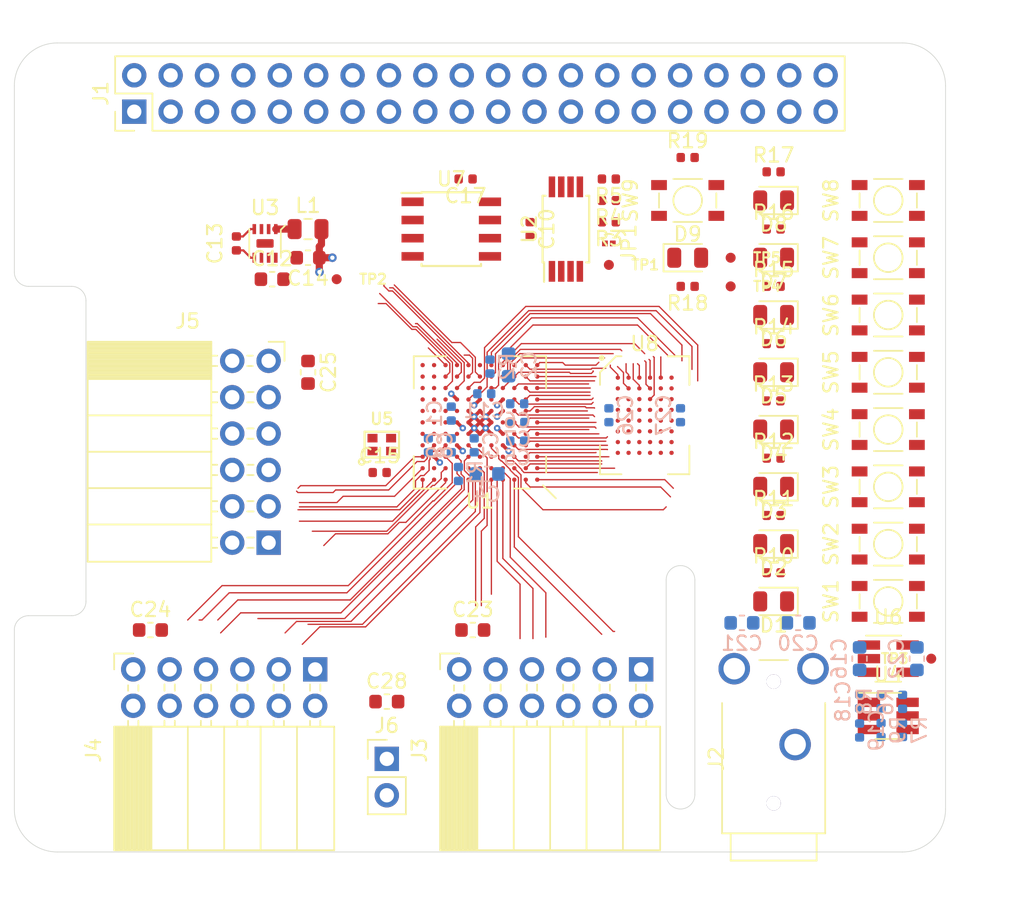
<source format=kicad_pcb>
(kicad_pcb (version 20171130) (host pcbnew 5.1.2+dfsg1-1)
  (layers (0 F.Cu signal) (1 In1.Cu power hide) (2 In2.Cu power) (31 B.Cu signal) (34 B.Paste user) (35 F.Paste user) (36 B.SilkS user hide) (37 F.SilkS user hide) (38 B.Mask user) (39 F.Mask user) (44 Edge.Cuts user))
  (net 0 "")
  (net 1 GND)
  (net 2 +1V2)
  (net 3 "Net-(C2-Pad2)")
  (net 4 "Net-(C2-Pad1)")
  (net 5 "Net-(C4-Pad2)")
  (net 6 "Net-(C4-Pad1)")
  (net 7 +3V3)
  (net 8 +5V)
  (net 9 "Net-(C13-Pad2)")
  (net 10 "Net-(C18-Pad1)")
  (net 11 "Net-(C19-Pad1)")
  (net 12 "Net-(C20-Pad1)")
  (net 13 "Net-(C21-Pad1)")
  (net 14 +3.3VDAC)
  (net 15 "Net-(D1-Pad1)")
  (net 16 /LED0)
  (net 17 /LED1)
  (net 18 "Net-(D2-Pad1)")
  (net 19 "Net-(D3-Pad1)")
  (net 20 /LED2)
  (net 21 /LED3)
  (net 22 "Net-(D4-Pad1)")
  (net 23 /LED4)
  (net 24 "Net-(D5-Pad1)")
  (net 25 "Net-(D6-Pad1)")
  (net 26 /LED5)
  (net 27 /LED6)
  (net 28 "Net-(D7-Pad1)")
  (net 29 "Net-(D8-Pad1)")
  (net 30 /LED7)
  (net 31 /GP13_FPGA_CDONE)
  (net 32 "Net-(J1-Pad3)")
  (net 33 "Net-(J1-Pad5)")
  (net 34 "Net-(J1-Pad7)")
  (net 35 /GP14_UART_TXD)
  (net 36 /GP15_UART_RXD)
  (net 37 "Net-(J1-Pad11)")
  (net 38 "Net-(J1-Pad12)")
  (net 39 /GP27_SDIO_DAT3)
  (net 40 /GP22_SDIO_CLK)
  (net 41 /GP23_SDIO_CMD)
  (net 42 /GP24_SDIO_DAT0)
  (net 43 /GP10_SPI_MOSI)
  (net 44 /GP9_SPI_MISO)
  (net 45 /GP25_SDIO_DAT1)
  (net 46 /GP11_SPI_SCK)
  (net 47 /GP8_SPI_~CS)
  (net 48 "Net-(J1-Pad26)")
  (net 49 /ID_SD)
  (net 50 /ID_SC)
  (net 51 "Net-(J1-Pad29)")
  (net 52 "Net-(J1-Pad31)")
  (net 53 /GP12_FPGA_~RST)
  (net 54 "Net-(J1-Pad35)")
  (net 55 "Net-(J1-Pad36)")
  (net 56 /GP26_SDIO_DAT2)
  (net 57 "Net-(J1-Pad38)")
  (net 58 "Net-(J1-Pad40)")
  (net 59 /IO0_0)
  (net 60 /IO0_1)
  (net 61 /IO0_2)
  (net 62 /IO0_3)
  (net 63 /IO0_4)
  (net 64 /IO0_5)
  (net 65 /IO0_6)
  (net 66 /IO0_7)
  (net 67 /IO1_7)
  (net 68 /IO1_6)
  (net 69 /IO1_5)
  (net 70 /IO1_4)
  (net 71 /IO1_3)
  (net 72 /IO1_2)
  (net 73 /IO1_1)
  (net 74 /IO1_0)
  (net 75 /IO2_0)
  (net 76 /IO2_1)
  (net 77 /IO2_2)
  (net 78 /IO2_3)
  (net 79 /IO2_4)
  (net 80 /IO2_5)
  (net 81 /IO2_6)
  (net 82 /IO2_7)
  (net 83 "Net-(JP1-Pad1)")
  (net 84 "Net-(L1-Pad1)")
  (net 85 "Net-(R6-Pad2)")
  (net 86 "Net-(R7-Pad2)")
  (net 87 /SW0)
  (net 88 /SW1)
  (net 89 /SW2)
  (net 90 /SW3)
  (net 91 /SW4)
  (net 92 /SW5)
  (net 93 /SW6)
  (net 94 /SW7)
  (net 95 /SRAM_DQ0)
  (net 96 /SRAM_DQ5)
  (net 97 /SRAM_DQ7)
  (net 98 /SRAM_DQ6)
  (net 99 /SRAM_DQ12)
  (net 100 /SRAM_A9)
  (net 101 /SRAM_A2)
  (net 102 /SRAM_A4)
  (net 103 /SRAM_A5)
  (net 104 /SRAM_A10)
  (net 105 /SRAM_DQ1)
  (net 106 /SRAM_DQ4)
  (net 107 /SRAM_DQ8)
  (net 108 /SRAM_DQ10)
  (net 109 /SRAM_DQ13)
  (net 110 /SRAM_DQ15)
  (net 111 /SRAM_A3)
  (net 112 /SRAM_A7)
  (net 113 /SRAM_A6)
  (net 114 /SRAM_A12)
  (net 115 /SRAM_DQ3)
  (net 116 /SRAM_DQ9)
  (net 117 /SRAM_DQ11)
  (net 118 /SRAM_A8)
  (net 119 /SRAM_A0)
  (net 120 /SRAM_A1)
  (net 121 /SRAM_A11)
  (net 122 /SRAM_A13)
  (net 123 /SRAM_A15)
  (net 124 /SRAM_DQ2)
  (net 125 /SRAM_DQ14)
  (net 126 /SRAM_A14)
  (net 127 /SRAM_A17)
  (net 128 /SRAM_A16)
  (net 129 /SRAM_~WE)
  (net 130 /SRAM_~OE)
  (net 131 /SRAM_~LB)
  (net 132 /SRAM_~UB)
  (net 133 /AUDIO_R_PWM)
  (net 134 "Net-(U1-PadB10)")
  (net 135 /CLK_OSC)
  (net 136 /AUDIO_L_PWM)
  (module Capacitor_SMD:C_0402_1005Metric (layer B.Cu) (at 128.9 108.1 90)
    (fp_text reference C8 (at 0 1.17 90) (layer B.SilkS) (effects (justify mirror)))
    (fp_text value 100n)
    (pad 2 smd roundrect (at 0.485 0 90) (size 0.59 0.64) (layers B.Cu B.Paste B.Mask) (net 1 GND))
    (pad 1 smd roundrect (at -0.485 0 90) (size 0.59 0.64) (layers B.Cu B.Paste B.Mask) (net 7 +3V3))
  )
  (module fpga_hat:BGA-121_11x11_9.0x9.0mm (layer F.Cu) (at 132.5 106.5 180)
    (fp_text reference U1 (at 0 -5.5) (layer F.SilkS))
    (fp_text value iCE40-HX8k-BG121)
    (pad A1 smd circle (at -4 -4 180) (size 0.3 0.3) (layers F.Cu F.Paste F.Mask) (net 79 /IO2_4))
    (pad B1 smd circle (at -4 -3.2 180) (size 0.3 0.3) (layers F.Cu F.Paste F.Mask) (net 95 /SRAM_DQ0))
    (pad C1 smd circle (at -4 -2.4 180) (size 0.3 0.3) (layers F.Cu F.Paste F.Mask) (net 96 /SRAM_DQ5))
    (pad D1 smd circle (at -4 -1.6 180) (size 0.3 0.3) (layers F.Cu F.Paste F.Mask) (net 97 /SRAM_DQ7))
    (pad E1 smd circle (at -4 -0.8 180) (size 0.3 0.3) (layers F.Cu F.Paste F.Mask) (net 98 /SRAM_DQ6))
    (pad F1 smd circle (at -4 0 180) (size 0.3 0.3) (layers F.Cu F.Paste F.Mask) (net 119 /SRAM_A0))
    (pad G1 smd circle (at -4 0.8 180) (size 0.3 0.3) (layers F.Cu F.Paste F.Mask) (net 117 /SRAM_DQ11))
    (pad H1 smd circle (at -4 1.6 180) (size 0.3 0.3) (layers F.Cu F.Paste F.Mask) (net 101 /SRAM_A2))
    (pad J1 smd circle (at -4 2.4 180) (size 0.3 0.3) (layers F.Cu F.Paste F.Mask) (net 102 /SRAM_A4))
    (pad K1 smd circle (at -4 3.2 180) (size 0.3 0.3) (layers F.Cu F.Paste F.Mask) (net 103 /SRAM_A5))
    (pad L1 smd circle (at -4 4 180) (size 0.3 0.3) (layers F.Cu F.Paste F.Mask) (net 104 /SRAM_A10))
    (pad A2 smd circle (at -3.2 -4 180) (size 0.3 0.3) (layers F.Cu F.Paste F.Mask) (net 77 /IO2_2))
    (pad B2 smd circle (at -3.2 -3.2 180) (size 0.3 0.3) (layers F.Cu F.Paste F.Mask) (net 105 /SRAM_DQ1))
    (pad C2 smd circle (at -3.2 -2.4 180) (size 0.3 0.3) (layers F.Cu F.Paste F.Mask) (net 106 /SRAM_DQ4))
    (pad D2 smd circle (at -3.2 -1.6 180) (size 0.3 0.3) (layers F.Cu F.Paste F.Mask) (net 107 /SRAM_DQ8))
    (pad E2 smd circle (at -3.2 -0.8 180) (size 0.3 0.3) (layers F.Cu F.Paste F.Mask) (net 108 /SRAM_DQ10))
    (pad F2 smd circle (at -3.2 0 180) (size 0.3 0.3) (layers F.Cu F.Paste F.Mask) (net 109 /SRAM_DQ13))
    (pad G2 smd circle (at -3.2 0.8 180) (size 0.3 0.3) (layers F.Cu F.Paste F.Mask) (net 110 /SRAM_DQ15))
    (pad H2 smd circle (at -3.2 1.6 180) (size 0.3 0.3) (layers F.Cu F.Paste F.Mask) (net 111 /SRAM_A3))
    (pad J2 smd circle (at -3.2 2.4 180) (size 0.3 0.3) (layers F.Cu F.Paste F.Mask) (net 112 /SRAM_A7))
    (pad K2 smd circle (at -3.2 3.2 180) (size 0.3 0.3) (layers F.Cu F.Paste F.Mask) (net 113 /SRAM_A6))
    (pad L2 smd circle (at -3.2 4 180) (size 0.3 0.3) (layers F.Cu F.Paste F.Mask) (net 114 /SRAM_A12))
    (pad A3 smd circle (at -2.4 -4 180) (size 0.3 0.3) (layers F.Cu F.Paste F.Mask) (net 78 /IO2_3))
    (pad B3 smd circle (at -2.4 -3.2 180) (size 0.3 0.3) (layers F.Cu F.Paste F.Mask) (net 76 /IO2_1))
    (pad C3 smd circle (at -2.4 -2.4 180) (size 0.3 0.3) (layers F.Cu F.Paste F.Mask) (net 115 /SRAM_DQ3))
    (pad D3 smd circle (at -2.4 -1.6 180) (size 0.3 0.3) (layers F.Cu F.Paste F.Mask) (net 116 /SRAM_DQ9))
    (pad E3 smd circle (at -2.4 -0.8 180) (size 0.3 0.3) (layers F.Cu F.Paste F.Mask) (net 100 /SRAM_A9))
    (pad F3 smd circle (at -2.4 0 180) (size 0.3 0.3) (layers F.Cu F.Paste F.Mask) (net 118 /SRAM_A8))
    (pad G3 smd circle (at -2.4 0.8 180) (size 0.3 0.3) (layers F.Cu F.Paste F.Mask) (net 99 /SRAM_DQ12))
    (pad H3 smd circle (at -2.4 1.6 180) (size 0.3 0.3) (layers F.Cu F.Paste F.Mask) (net 120 /SRAM_A1))
    (pad J3 smd circle (at -2.4 2.4 180) (size 0.3 0.3) (layers F.Cu F.Paste F.Mask) (net 121 /SRAM_A11))
    (pad K3 smd circle (at -2.4 3.2 180) (size 0.3 0.3) (layers F.Cu F.Paste F.Mask) (net 122 /SRAM_A13))
    (pad L3 smd circle (at -2.4 4 180) (size 0.3 0.3) (layers F.Cu F.Paste F.Mask) (net 123 /SRAM_A15))
    (pad A4 smd circle (at -1.6 -4 180) (size 0.3 0.3) (layers F.Cu F.Paste F.Mask) (net 68 /IO1_6))
    (pad B4 smd circle (at -1.6 -3.2 180) (size 0.3 0.3) (layers F.Cu F.Paste F.Mask) (net 75 /IO2_0))
    (pad C4 smd circle (at -1.6 -2.4 180) (size 0.3 0.3) (layers F.Cu F.Paste F.Mask) (net 124 /SRAM_DQ2))
    (pad D4 smd circle (at -1.6 -1.6 180) (size 0.3 0.3) (layers F.Cu F.Paste F.Mask) (net 2 +1V2))
    (pad E4 smd circle (at -1.6 -0.8 180) (size 0.3 0.3) (layers F.Cu F.Paste F.Mask) (net 7 +3V3))
    (pad F4 smd circle (at -1.6 0 180) (size 0.3 0.3) (layers F.Cu F.Paste F.Mask) (net 125 /SRAM_DQ14))
    (pad G4 smd circle (at -1.6 0.8 180) (size 0.3 0.3) (layers F.Cu F.Paste F.Mask) (net 7 +3V3))
    (pad H4 smd circle (at -1.6 1.6 180) (size 0.3 0.3) (layers F.Cu F.Paste F.Mask) (net 2 +1V2))
    (pad J4 smd circle (at -1.6 2.4 180) (size 0.3 0.3) (layers F.Cu F.Paste F.Mask) (net 126 /SRAM_A14))
    (pad K4 smd circle (at -1.6 3.2 180) (size 0.3 0.3) (layers F.Cu F.Paste F.Mask) (net 127 /SRAM_A17))
    (pad L4 smd circle (at -1.6 4 180) (size 0.3 0.3) (layers F.Cu F.Paste F.Mask) (net 128 /SRAM_A16))
    (pad A5 smd circle (at -0.8 -4 180) (size 0.3 0.3) (layers F.Cu F.Paste F.Mask) (net 70 /IO1_4))
    (pad B5 smd circle (at -0.8 -3.2 180) (size 0.3 0.3) (layers F.Cu F.Paste F.Mask) (net 69 /IO1_5))
    (pad C5 smd circle (at -0.8 -2.4 180) (size 0.3 0.3) (layers F.Cu F.Paste F.Mask) (net 5 "Net-(C4-Pad2)"))
    (pad D5 smd circle (at -0.8 -1.6 180) (size 0.3 0.3) (layers F.Cu F.Paste F.Mask) (net 67 /IO1_7))
    (pad E5 smd circle (at -0.8 -0.8 180) (size 0.3 0.3) (layers F.Cu F.Paste F.Mask) (net 1 GND))
    (pad F5 smd circle (at -0.8 0 180) (size 0.3 0.3) (layers F.Cu F.Paste F.Mask) (net 1 GND))
    (pad G5 smd circle (at -0.8 0.8 180) (size 0.3 0.3) (layers F.Cu F.Paste F.Mask) (net 1 GND))
    (pad H5 smd circle (at -0.8 1.6 180) (size 0.3 0.3) (layers F.Cu F.Paste F.Mask) (net 1 GND))
    (pad J5 smd circle (at -0.8 2.4 180) (size 0.3 0.3) (layers F.Cu F.Paste F.Mask) (net 129 /SRAM_~WE))
    (pad K5 smd circle (at -0.8 3.2 180) (size 0.3 0.3) (layers F.Cu F.Paste F.Mask) (net 130 /SRAM_~OE))
    (pad L5 smd circle (at -0.8 4 180) (size 0.3 0.3) (layers F.Cu F.Paste F.Mask) (net 56 /GP26_SDIO_DAT2))
    (pad A6 smd circle (at 0 -4 180) (size 0.3 0.3) (layers F.Cu F.Paste F.Mask) (net 71 /IO1_3))
    (pad B6 smd circle (at 0 -3.2 180) (size 0.3 0.3) (layers F.Cu F.Paste F.Mask) (net 81 /IO2_6))
    (pad C6 smd circle (at 0 -2.4 180) (size 0.3 0.3) (layers F.Cu F.Paste F.Mask) (net 6 "Net-(C4-Pad1)"))
    (pad D6 smd circle (at 0 -1.6 180) (size 0.3 0.3) (layers F.Cu F.Paste F.Mask) (net 7 +3V3))
    (pad E6 smd circle (at 0 -0.8 180) (size 0.3 0.3) (layers F.Cu F.Paste F.Mask) (net 1 GND))
    (pad F6 smd circle (at 0 0 180) (size 0.3 0.3) (layers F.Cu F.Paste F.Mask) (net 1 GND))
    (pad G6 smd circle (at 0 0.8 180) (size 0.3 0.3) (layers F.Cu F.Paste F.Mask) (net 1 GND))
    (pad H6 smd circle (at 0 1.6 180) (size 0.3 0.3) (layers F.Cu F.Paste F.Mask) (net 7 +3V3))
    (pad J6 smd circle (at 0 2.4 180) (size 0.3 0.3) (layers F.Cu F.Paste F.Mask) (net 4 "Net-(C2-Pad1)"))
    (pad K6 smd circle (at 0 3.2 180) (size 0.3 0.3) (layers F.Cu F.Paste F.Mask) (net 39 /GP27_SDIO_DAT3))
    (pad L6 smd circle (at 0 4 180) (size 0.3 0.3) (layers F.Cu F.Paste F.Mask) (net 3 "Net-(C2-Pad2)"))
    (pad A7 smd circle (at 0.8 -4 180) (size 0.3 0.3) (layers F.Cu F.Paste F.Mask) (net 72 /IO1_2))
    (pad B7 smd circle (at 0.8 -3.2 180) (size 0.3 0.3) (layers F.Cu F.Paste F.Mask) (net 80 /IO2_5))
    (pad C7 smd circle (at 0.8 -2.4 180) (size 0.3 0.3) (layers F.Cu F.Paste F.Mask) (net 73 /IO1_1))
    (pad D7 smd circle (at 0.8 -1.6 180) (size 0.3 0.3) (layers F.Cu F.Paste F.Mask) (net 66 /IO0_7))
    (pad E7 smd circle (at 0.8 -0.8 180) (size 0.3 0.3) (layers F.Cu F.Paste F.Mask) (net 1 GND))
    (pad F7 smd circle (at 0.8 0 180) (size 0.3 0.3) (layers F.Cu F.Paste F.Mask) (net 1 GND))
    (pad G7 smd circle (at 0.8 0.8 180) (size 0.3 0.3) (layers F.Cu F.Paste F.Mask) (net 1 GND))
    (pad H7 smd circle (at 0.8 1.6 180) (size 0.3 0.3) (layers F.Cu F.Paste F.Mask) (net 131 /SRAM_~LB))
    (pad J7 smd circle (at 0.8 2.4 180) (size 0.3 0.3) (layers F.Cu F.Paste F.Mask) (net 132 /SRAM_~UB))
    (pad K7 smd circle (at 0.8 3.2 180) (size 0.3 0.3) (layers F.Cu F.Paste F.Mask) (net 133 /AUDIO_R_PWM))
    (pad L7 smd circle (at 0.8 4 180) (size 0.3 0.3) (layers F.Cu F.Paste F.Mask) (net 41 /GP23_SDIO_CMD))
    (pad A8 smd circle (at 1.6 -4 180) (size 0.3 0.3) (layers F.Cu F.Paste F.Mask) (net 74 /IO1_0))
    (pad B8 smd circle (at 1.6 -3.2 180) (size 0.3 0.3) (layers F.Cu F.Paste F.Mask) (net 63 /IO0_4))
    (pad C8 smd circle (at 1.6 -2.4 180) (size 0.3 0.3) (layers F.Cu F.Paste F.Mask) (net 65 /IO0_6))
    (pad D8 smd circle (at 1.6 -1.6 180) (size 0.3 0.3) (layers F.Cu F.Paste F.Mask) (net 2 +1V2))
    (pad E8 smd circle (at 1.6 -0.8 180) (size 0.3 0.3) (layers F.Cu F.Paste F.Mask) (net 90 /SW3))
    (pad F8 smd circle (at 1.6 0 180) (size 0.3 0.3) (layers F.Cu F.Paste F.Mask) (net 7 +3V3))
    (pad G8 smd circle (at 1.6 0.8 180) (size 0.3 0.3) (layers F.Cu F.Paste F.Mask) (net 21 /LED3))
    (pad H8 smd circle (at 1.6 1.6 180) (size 0.3 0.3) (layers F.Cu F.Paste F.Mask) (net 2 +1V2))
    (pad J8 smd circle (at 1.6 2.4 180) (size 0.3 0.3) (layers F.Cu F.Paste F.Mask) (net 40 /GP22_SDIO_CLK))
    (pad K8 smd circle (at 1.6 3.2 180) (size 0.3 0.3) (layers F.Cu F.Paste F.Mask) (net 31 /GP13_FPGA_CDONE))
    (pad L8 smd circle (at 1.6 4 180) (size 0.3 0.3) (layers F.Cu F.Paste F.Mask) (net 42 /GP24_SDIO_DAT0))
    (pad A9 smd circle (at 2.4 -4 180) (size 0.3 0.3) (layers F.Cu F.Paste F.Mask) (net 64 /IO0_5))
    (pad B9 smd circle (at 2.4 -3.2 180) (size 0.3 0.3) (layers F.Cu F.Paste F.Mask) (net 62 /IO0_3))
    (pad C9 smd circle (at 2.4 -2.4 180) (size 0.3 0.3) (layers F.Cu F.Paste F.Mask) (net 61 /IO0_2))
    (pad D9 smd circle (at 2.4 -1.6 180) (size 0.3 0.3) (layers F.Cu F.Paste F.Mask) (net 91 /SW4))
    (pad E9 smd circle (at 2.4 -0.8 180) (size 0.3 0.3) (layers F.Cu F.Paste F.Mask) (net 89 /SW2))
    (pad F9 smd circle (at 2.4 0 180) (size 0.3 0.3) (layers F.Cu F.Paste F.Mask) (net 88 /SW1))
    (pad G9 smd circle (at 2.4 0.8 180) (size 0.3 0.3) (layers F.Cu F.Paste F.Mask) (net 27 /LED6))
    (pad H9 smd circle (at 2.4 1.6 180) (size 0.3 0.3) (layers F.Cu F.Paste F.Mask) (net 45 /GP25_SDIO_DAT1))
    (pad J9 smd circle (at 2.4 2.4 180) (size 0.3 0.3) (layers F.Cu F.Paste F.Mask) (net 44 /GP9_SPI_MISO))
    (pad K9 smd circle (at 2.4 3.2 180) (size 0.3 0.3) (layers F.Cu F.Paste F.Mask) (net 43 /GP10_SPI_MOSI))
    (pad L9 smd circle (at 2.4 4 180) (size 0.3 0.3) (layers F.Cu F.Paste F.Mask) (net 53 /GP12_FPGA_~RST))
    (pad A10 smd circle (at 3.2 -4 180) (size 0.3 0.3) (layers F.Cu F.Paste F.Mask) (net 60 /IO0_1))
    (pad B10 smd circle (at 3.2 -3.2 180) (size 0.3 0.3) (layers F.Cu F.Paste F.Mask) (net 134 "Net-(U1-PadB10)"))
    (pad C10 smd circle (at 3.2 -2.4 180) (size 0.3 0.3) (layers F.Cu F.Paste F.Mask) (net 7 +3V3))
    (pad D10 smd circle (at 3.2 -1.6 180) (size 0.3 0.3) (layers F.Cu F.Paste F.Mask) (net 94 /SW7))
    (pad E10 smd circle (at 3.2 -0.8 180) (size 0.3 0.3) (layers F.Cu F.Paste F.Mask) (net 135 /CLK_OSC))
    (pad F10 smd circle (at 3.2 0 180) (size 0.3 0.3) (layers F.Cu F.Paste F.Mask) (net 87 /SW0))
    (pad G10 smd circle (at 3.2 0.8 180) (size 0.3 0.3) (layers F.Cu F.Paste F.Mask) (net 26 /LED5))
    (pad H10 smd circle (at 3.2 1.6 180) (size 0.3 0.3) (layers F.Cu F.Paste F.Mask) (net 17 /LED1))
    (pad J10 smd circle (at 3.2 2.4 180) (size 0.3 0.3) (layers F.Cu F.Paste F.Mask) (net 20 /LED2))
    (pad K10 smd circle (at 3.2 3.2 180) (size 0.3 0.3) (layers F.Cu F.Paste F.Mask) (net 47 /GP8_SPI_~CS))
    (pad L10 smd circle (at 3.2 4 180) (size 0.3 0.3) (layers F.Cu F.Paste F.Mask) (net 46 /GP11_SPI_SCK))
    (pad A11 smd circle (at 4 -4 180) (size 0.3 0.3) (layers F.Cu F.Paste F.Mask) (net 59 /IO0_0))
    (pad B11 smd circle (at 4 -3.2 180) (size 0.3 0.3) (layers F.Cu F.Paste F.Mask) (net 36 /GP15_UART_RXD))
    (pad C11 smd circle (at 4 -2.4 180) (size 0.3 0.3) (layers F.Cu F.Paste F.Mask) (net 35 /GP14_UART_TXD))
    (pad D11 smd circle (at 4 -1.6 180) (size 0.3 0.3) (layers F.Cu F.Paste F.Mask) (net 93 /SW6))
    (pad E11 smd circle (at 4 -0.8 180) (size 0.3 0.3) (layers F.Cu F.Paste F.Mask) (net 92 /SW5))
    (pad F11 smd circle (at 4 0 180) (size 0.3 0.3) (layers F.Cu F.Paste F.Mask) (net 136 /AUDIO_L_PWM))
    (pad G11 smd circle (at 4 0.8 180) (size 0.3 0.3) (layers F.Cu F.Paste F.Mask) (net 30 /LED7))
    (pad H11 smd circle (at 4 1.6 180) (size 0.3 0.3) (layers F.Cu F.Paste F.Mask) (net 23 /LED4))
    (pad J11 smd circle (at 4 2.4 180) (size 0.3 0.3) (layers F.Cu F.Paste F.Mask) (net 82 /IO2_7))
    (pad K11 smd circle (at 4 3.2 180) (size 0.3 0.3) (layers F.Cu F.Paste F.Mask) (net 16 /LED0))
    (pad L11 smd circle (at 4 4 180) (size 0.3 0.3) (layers F.Cu F.Paste F.Mask) (net 7 +3V3))
  )
  (module fpga_hat:MOUNTHOLE_M2.5 (layer F.Cu) (at 161.5 83.5)
    (fp_text reference REF** hide)
    (fp_text value MOUNTHOLE_M2.5 hide)
    (pad "" np_thru_hole circle (at 0 0) (size 2.75 2.75) (drill 2.75) (layers *.Cu *.Mask) (thermal_gap 1.9))
  )
  (module fpga_hat:MOUNTHOLE_M2.5 (layer F.Cu) (at 161.5 133)
    (fp_text reference REF** hide)
    (fp_text value MOUNTHOLE_M2.5 hide)
    (pad "" np_thru_hole circle (at 0 0) (size 2.75 2.75) (drill 2.75) (layers *.Cu *.Mask) (thermal_gap 1.9))
  )
  (module fpga_hat:MOUNTHOLE_M2.5 (layer F.Cu) (at 103.5 133)
    (fp_text reference REF** hide)
    (fp_text value MOUNTHOLE_M2.5 hide)
    (pad "" np_thru_hole circle (at 0 0) (size 2.75 2.75) (drill 2.75) (layers *.Cu *.Mask) (thermal_gap 1.9))
  )
  (module fpga_hat:MOUNTHOLE_M2.5 (layer F.Cu) (at 103.5 83.5)
    (fp_text reference REF** hide)
    (fp_text value MOUNTHOLE_M2.5 hide)
    (pad "" np_thru_hole circle (at 0 0) (size 2.75 2.75) (drill 2.75) (layers *.Cu *.Mask) (thermal_gap 1.9))
  )
  (module Capacitor_SMD:C_0402_1005Metric (layer B.Cu) (at 130.5 105.885 270)
    (fp_text reference C1 (at 0 1.17 90) (layer B.SilkS) (effects (justify mirror)))
    (fp_text value 100n)
    (pad 2 smd roundrect (at 0.485 0 270) (size 0.59 0.64) (layers B.Cu B.Paste B.Mask) (net 1 GND))
    (pad 1 smd roundrect (at -0.485 0 270) (size 0.59 0.64) (layers B.Cu B.Paste B.Mask) (net 2 +1V2))
  )
  (module Capacitor_SMD:C_0603_1608Metric (layer B.Cu) (at 134.5 102.4875 90)
    (fp_text reference C2 (at 0 1.43 90) (layer B.SilkS) (effects (justify mirror)))
    (fp_text value 4u7)
    (pad 2 smd roundrect (at 0.7875 0 90) (size 0.875 0.95) (layers B.Cu B.Paste B.Mask) (net 3 "Net-(C2-Pad2)"))
    (pad 1 smd roundrect (at -0.7875 0 90) (size 0.875 0.95) (layers B.Cu B.Paste B.Mask) (net 4 "Net-(C2-Pad1)"))
  )
  (module Capacitor_SMD:C_0402_1005Metric (layer B.Cu) (at 132.1 108.1 90)
    (fp_text reference C3 (at 0 1.17 90) (layer B.SilkS) (effects (justify mirror)))
    (fp_text value 100n)
    (pad 1 smd roundrect (at -0.485 0 90) (size 0.59 0.64) (layers B.Cu B.Paste B.Mask) (net 2 +1V2))
    (pad 2 smd roundrect (at 0.485 0 90) (size 0.59 0.64) (layers B.Cu B.Paste B.Mask) (net 1 GND))
  )
  (module Capacitor_SMD:C_0603_1608Metric (layer B.Cu) (at 133 110.1)
    (fp_text reference C4 (at 0 1.43) (layer B.SilkS) (effects (justify mirror)))
    (fp_text value 4u7)
    (pad 1 smd roundrect (at -0.7875 0) (size 0.875 0.95) (layers B.Cu B.Paste B.Mask) (net 6 "Net-(C4-Pad1)"))
    (pad 2 smd roundrect (at 0.7875 0) (size 0.875 0.95) (layers B.Cu B.Paste B.Mask) (net 5 "Net-(C4-Pad2)"))
  )
  (module Capacitor_SMD:C_0402_1005Metric (layer B.Cu) (at 135.1 107.8)
    (fp_text reference C5 (at 0 1.17 180) (layer B.SilkS) (effects (justify mirror)))
    (fp_text value 100n)
    (pad 1 smd roundrect (at -0.485 0) (size 0.59 0.64) (layers B.Cu B.Paste B.Mask) (net 2 +1V2))
    (pad 2 smd roundrect (at 0.485 0) (size 0.59 0.64) (layers B.Cu B.Paste B.Mask) (net 1 GND))
  )
  (module Capacitor_SMD:C_0402_1005Metric (layer B.Cu) (at 135.1 105.2)
    (fp_text reference C6 (at 0 1.17) (layer B.SilkS) (effects (justify mirror)))
    (fp_text value 100n)
    (pad 2 smd roundrect (at 0.485 0) (size 0.59 0.64) (layers B.Cu B.Paste B.Mask) (net 1 GND))
    (pad 1 smd roundrect (at -0.485 0) (size 0.59 0.64) (layers B.Cu B.Paste B.Mask) (net 2 +1V2))
  )
  (module Capacitor_SMD:C_0402_1005Metric (layer B.Cu) (at 135.115 106.5)
    (fp_text reference C7 (at 0 1.17 180) (layer B.SilkS) (effects (justify mirror)))
    (fp_text value 100n)
    (pad 2 smd roundrect (at 0.485 0) (size 0.59 0.64) (layers B.Cu B.Paste B.Mask) (net 1 GND))
    (pad 1 smd roundrect (at -0.485 0) (size 0.59 0.64) (layers B.Cu B.Paste B.Mask) (net 7 +3V3))
  )
  (module Capacitor_SMD:C_0402_1005Metric (layer B.Cu) (at 130.5 108.1 270)
    (fp_text reference C9 (at 0 1.17 90) (layer B.SilkS) (effects (justify mirror)))
    (fp_text value 100n)
    (pad 2 smd roundrect (at 0.485 0 270) (size 0.59 0.64) (layers B.Cu B.Paste B.Mask) (net 1 GND))
    (pad 1 smd roundrect (at -0.485 0 270) (size 0.59 0.64) (layers B.Cu B.Paste B.Mask) (net 7 +3V3))
  )
  (module Capacitor_SMD:C_0402_1005Metric (layer F.Cu) (at 136 93 270)
    (fp_text reference C10 (at 0 -1.17 90) (layer F.SilkS))
    (fp_text value 100n)
    (pad 2 smd roundrect (at 0.485 0 270) (size 0.59 0.64) (layers F.Cu F.Paste F.Mask) (net 1 GND))
    (pad 1 smd roundrect (at -0.485 0 270) (size 0.59 0.64) (layers F.Cu F.Paste F.Mask) (net 7 +3V3))
  )
  (module Capacitor_SMD:C_0402_1005Metric (layer B.Cu) (at 132.8 104.5)
    (fp_text reference C11 (at 0 1.17) (layer B.SilkS) (effects (justify mirror)))
    (fp_text value 100n)
    (pad 1 smd roundrect (at -0.485 0) (size 0.59 0.64) (layers B.Cu B.Paste B.Mask) (net 7 +3V3))
    (pad 2 smd roundrect (at 0.485 0) (size 0.59 0.64) (layers B.Cu B.Paste B.Mask) (net 1 GND))
  )
  (module Capacitor_SMD:C_0603_1608Metric (layer F.Cu) (at 118 96.5)
    (fp_text reference C12 (at 0 -1.43) (layer F.SilkS))
    (fp_text value 4u7)
    (pad 2 smd roundrect (at 0.7875 0) (size 0.875 0.95) (layers F.Cu F.Paste F.Mask) (net 1 GND))
    (pad 1 smd roundrect (at -0.7875 0) (size 0.875 0.95) (layers F.Cu F.Paste F.Mask) (net 8 +5V))
  )
  (module Capacitor_SMD:C_0402_1005Metric (layer F.Cu) (at 115.5 94 270)
    (fp_text reference C13 (at 0 1.5 90) (layer F.SilkS))
    (fp_text value 560p)
    (pad 1 smd roundrect (at -0.485 0 270) (size 0.59 0.64) (layers F.Cu F.Paste F.Mask) (net 2 +1V2))
    (pad 2 smd roundrect (at 0.485 0 270) (size 0.59 0.64) (layers F.Cu F.Paste F.Mask) (net 9 "Net-(C13-Pad2)"))
  )
  (module Capacitor_SMD:C_0603_1608Metric (layer F.Cu) (at 120.5 95 180)
    (fp_text reference C14 (at 0 -1.43) (layer F.SilkS))
    (fp_text value 4u7)
    (pad 2 smd roundrect (at 0.7875 0 180) (size 0.875 0.95) (layers F.Cu F.Paste F.Mask) (net 1 GND))
    (pad 1 smd roundrect (at -0.7875 0 180) (size 0.875 0.95) (layers F.Cu F.Paste F.Mask) (net 2 +1V2))
  )
  (module Capacitor_SMD:C_0402_1005Metric (layer F.Cu) (at 125.5 110)
    (fp_text reference C15 (at 0 -1.17) (layer F.SilkS))
    (fp_text value 100n)
    (pad 2 smd roundrect (at 0.485 0) (size 0.59 0.64) (layers F.Cu F.Paste F.Mask) (net 1 GND))
    (pad 1 smd roundrect (at -0.485 0) (size 0.59 0.64) (layers F.Cu F.Paste F.Mask) (net 7 +3V3))
  )
  (module Capacitor_SMD:C_0603_1608Metric (layer B.Cu) (at 159 123 270)
    (fp_text reference C16 (at 0 1.43 90) (layer B.SilkS) (effects (justify mirror)))
    (fp_text value 1u)
    (pad 1 smd roundrect (at -0.7875 0 270) (size 0.875 0.95) (layers B.Cu B.Paste B.Mask) (net 8 +5V))
    (pad 2 smd roundrect (at 0.7875 0 270) (size 0.875 0.95) (layers B.Cu B.Paste B.Mask) (net 1 GND))
  )
  (module Capacitor_SMD:C_0402_1005Metric (layer F.Cu) (at 131.5 89.5 180)
    (fp_text reference C17 (at 0 -1.17) (layer F.SilkS))
    (fp_text value 100n)
    (pad 1 smd roundrect (at -0.485 0 180) (size 0.59 0.64) (layers F.Cu F.Paste F.Mask) (net 7 +3V3))
    (pad 2 smd roundrect (at 0.485 0 180) (size 0.59 0.64) (layers F.Cu F.Paste F.Mask) (net 1 GND))
  )
  (module Capacitor_SMD:C_0402_1005Metric (layer B.Cu) (at 159 125.985 270)
    (fp_text reference C18 (at 0 1.17 90) (layer B.SilkS) (effects (justify mirror)))
    (fp_text value 100n)
    (pad 1 smd roundrect (at -0.485 0 270) (size 0.59 0.64) (layers B.Cu B.Paste B.Mask) (net 10 "Net-(C18-Pad1)"))
    (pad 2 smd roundrect (at 0.485 0 270) (size 0.59 0.64) (layers B.Cu B.Paste B.Mask) (net 1 GND))
  )
  (module Capacitor_SMD:C_0402_1005Metric (layer B.Cu) (at 159 128.015 90)
    (fp_text reference C19 (at 0 1.17 90) (layer B.SilkS) (effects (justify mirror)))
    (fp_text value 100n)
    (pad 1 smd roundrect (at -0.485 0 90) (size 0.59 0.64) (layers B.Cu B.Paste B.Mask) (net 11 "Net-(C19-Pad1)"))
    (pad 2 smd roundrect (at 0.485 0 90) (size 0.59 0.64) (layers B.Cu B.Paste B.Mask) (net 1 GND))
  )
  (module Capacitor_SMD:C_0603_1608Metric (layer B.Cu) (at 154.7125 120.5)
    (fp_text reference C20 (at 0 1.43) (layer B.SilkS) (effects (justify mirror)))
    (fp_text value 4u7)
    (pad 1 smd roundrect (at -0.7875 0) (size 0.875 0.95) (layers B.Cu B.Paste B.Mask) (net 12 "Net-(C20-Pad1)"))
    (pad 2 smd roundrect (at 0.7875 0) (size 0.875 0.95) (layers B.Cu B.Paste B.Mask) (net 10 "Net-(C18-Pad1)"))
  )
  (module Capacitor_SMD:C_0603_1608Metric (layer B.Cu) (at 150.7875 120.5)
    (fp_text reference C21 (at 0 1.43) (layer B.SilkS) (effects (justify mirror)))
    (fp_text value 4u7)
    (pad 1 smd roundrect (at -0.7875 0) (size 0.875 0.95) (layers B.Cu B.Paste B.Mask) (net 13 "Net-(C21-Pad1)"))
    (pad 2 smd roundrect (at 0.7875 0) (size 0.875 0.95) (layers B.Cu B.Paste B.Mask) (net 11 "Net-(C19-Pad1)"))
  )
  (module Capacitor_SMD:C_0603_1608Metric (layer B.Cu) (at 163 123 270)
    (fp_text reference C22 (at 0 1.43 90) (layer B.SilkS) (effects (justify mirror)))
    (fp_text value 1u)
    (pad 2 smd roundrect (at 0.7875 0 270) (size 0.875 0.95) (layers B.Cu B.Paste B.Mask) (net 1 GND))
    (pad 1 smd roundrect (at -0.7875 0 270) (size 0.875 0.95) (layers B.Cu B.Paste B.Mask) (net 14 +3.3VDAC))
  )
  (module Capacitor_SMD:C_0603_1608Metric (layer F.Cu) (at 132 121)
    (fp_text reference C23 (at 0 -1.43) (layer F.SilkS))
    (fp_text value 1u)
    (pad 2 smd roundrect (at 0.7875 0) (size 0.875 0.95) (layers F.Cu F.Paste F.Mask) (net 1 GND))
    (pad 1 smd roundrect (at -0.7875 0) (size 0.875 0.95) (layers F.Cu F.Paste F.Mask) (net 7 +3V3))
  )
  (module Capacitor_SMD:C_0603_1608Metric (layer F.Cu) (at 109.5 121)
    (fp_text reference C24 (at 0 -1.43) (layer F.SilkS))
    (fp_text value 1u)
    (pad 1 smd roundrect (at -0.7875 0) (size 0.875 0.95) (layers F.Cu F.Paste F.Mask) (net 7 +3V3))
    (pad 2 smd roundrect (at 0.7875 0) (size 0.875 0.95) (layers F.Cu F.Paste F.Mask) (net 1 GND))
  )
  (module Capacitor_SMD:C_0603_1608Metric (layer F.Cu) (at 120.5 103 270)
    (fp_text reference C25 (at 0 -1.43 90) (layer F.SilkS))
    (fp_text value 1u)
    (pad 2 smd roundrect (at 0.7875 0 270) (size 0.875 0.95) (layers F.Cu F.Paste F.Mask) (net 1 GND))
    (pad 1 smd roundrect (at -0.7875 0 270) (size 0.875 0.95) (layers F.Cu F.Paste F.Mask) (net 7 +3V3))
  )
  (module Capacitor_SMD:C_0402_1005Metric (layer B.Cu) (at 141.5 106 90)
    (fp_text reference C26 (at 0 1.17 270) (layer B.SilkS) (effects (justify mirror)))
    (fp_text value 100n)
    (pad 1 smd roundrect (at -0.485 0 90) (size 0.59 0.64) (layers B.Cu B.Paste B.Mask) (net 7 +3V3))
    (pad 2 smd roundrect (at 0.485 0 90) (size 0.59 0.64) (layers B.Cu B.Paste B.Mask) (net 1 GND))
  )
  (module Capacitor_SMD:C_0402_1005Metric (layer B.Cu) (at 146.5 106 270)
    (fp_text reference C27 (at 0 1.17 270) (layer B.SilkS) (effects (justify mirror)))
    (fp_text value 100n)
    (pad 2 smd roundrect (at 0.485 0 270) (size 0.59 0.64) (layers B.Cu B.Paste B.Mask) (net 1 GND))
    (pad 1 smd roundrect (at -0.485 0 270) (size 0.59 0.64) (layers B.Cu B.Paste B.Mask) (net 7 +3V3))
  )
  (module Capacitor_SMD:C_0603_1608Metric (layer F.Cu) (at 126 126)
    (fp_text reference C28 (at 0 -1.43) (layer F.SilkS))
    (fp_text value 1u)
    (pad 1 smd roundrect (at -0.7875 0) (size 0.875 0.95) (layers F.Cu F.Paste F.Mask) (net 8 +5V))
    (pad 2 smd roundrect (at 0.7875 0) (size 0.875 0.95) (layers F.Cu F.Paste F.Mask) (net 1 GND))
  )
  (module LED_SMD:LED_0805_2012Metric (layer F.Cu) (at 153 119 180)
    (fp_text reference D1 (at 0 -1.65) (layer F.SilkS))
    (fp_text value LED)
    (pad 1 smd roundrect (at -0.9375 0 180) (size 0.975 1.4) (layers F.Cu F.Paste F.Mask) (net 15 "Net-(D1-Pad1)"))
    (pad 2 smd roundrect (at 0.9375 0 180) (size 0.975 1.4) (layers F.Cu F.Paste F.Mask) (net 16 /LED0))
  )
  (module LED_SMD:LED_0805_2012Metric (layer F.Cu) (at 153 115 180)
    (fp_text reference D2 (at 0 -1.65) (layer F.SilkS))
    (fp_text value LED)
    (pad 1 smd roundrect (at -0.9375 0 180) (size 0.975 1.4) (layers F.Cu F.Paste F.Mask) (net 18 "Net-(D2-Pad1)"))
    (pad 2 smd roundrect (at 0.9375 0 180) (size 0.975 1.4) (layers F.Cu F.Paste F.Mask) (net 17 /LED1))
  )
  (module LED_SMD:LED_0805_2012Metric (layer F.Cu) (at 153 111 180)
    (fp_text reference D3 (at 0 -1.65) (layer F.SilkS))
    (fp_text value LED)
    (pad 2 smd roundrect (at 0.9375 0 180) (size 0.975 1.4) (layers F.Cu F.Paste F.Mask) (net 20 /LED2))
    (pad 1 smd roundrect (at -0.9375 0 180) (size 0.975 1.4) (layers F.Cu F.Paste F.Mask) (net 19 "Net-(D3-Pad1)"))
  )
  (module LED_SMD:LED_0805_2012Metric (layer F.Cu) (at 153 107 180)
    (fp_text reference D4 (at 0 -1.65) (layer F.SilkS))
    (fp_text value LED)
    (pad 1 smd roundrect (at -0.9375 0 180) (size 0.975 1.4) (layers F.Cu F.Paste F.Mask) (net 22 "Net-(D4-Pad1)"))
    (pad 2 smd roundrect (at 0.9375 0 180) (size 0.975 1.4) (layers F.Cu F.Paste F.Mask) (net 21 /LED3))
  )
  (module LED_SMD:LED_0805_2012Metric (layer F.Cu) (at 153 103 180)
    (fp_text reference D5 (at 0 -1.65) (layer F.SilkS))
    (fp_text value LED)
    (pad 2 smd roundrect (at 0.9375 0 180) (size 0.975 1.4) (layers F.Cu F.Paste F.Mask) (net 23 /LED4))
    (pad 1 smd roundrect (at -0.9375 0 180) (size 0.975 1.4) (layers F.Cu F.Paste F.Mask) (net 24 "Net-(D5-Pad1)"))
  )
  (module LED_SMD:LED_0805_2012Metric (layer F.Cu) (at 153 99 180)
    (fp_text reference D6 (at 0 -1.65) (layer F.SilkS))
    (fp_text value LED)
    (pad 1 smd roundrect (at -0.9375 0 180) (size 0.975 1.4) (layers F.Cu F.Paste F.Mask) (net 25 "Net-(D6-Pad1)"))
    (pad 2 smd roundrect (at 0.9375 0 180) (size 0.975 1.4) (layers F.Cu F.Paste F.Mask) (net 26 /LED5))
  )
  (module LED_SMD:LED_0805_2012Metric (layer F.Cu) (at 153 95 180)
    (fp_text reference D7 (at 0 -1.65) (layer F.SilkS))
    (fp_text value LED)
    (pad 2 smd roundrect (at 0.9375 0 180) (size 0.975 1.4) (layers F.Cu F.Paste F.Mask) (net 27 /LED6))
    (pad 1 smd roundrect (at -0.9375 0 180) (size 0.975 1.4) (layers F.Cu F.Paste F.Mask) (net 28 "Net-(D7-Pad1)"))
  )
  (module LED_SMD:LED_0805_2012Metric (layer F.Cu) (at 153 91 180)
    (fp_text reference D8 (at 0 -1.65) (layer F.SilkS))
    (fp_text value LED)
    (pad 1 smd roundrect (at -0.9375 0 180) (size 0.975 1.4) (layers F.Cu F.Paste F.Mask) (net 29 "Net-(D8-Pad1)"))
    (pad 2 smd roundrect (at 0.9375 0 180) (size 0.975 1.4) (layers F.Cu F.Paste F.Mask) (net 30 /LED7))
  )
  (module LED_SMD:LED_0805_2012Metric (layer F.Cu) (at 147 95)
    (fp_text reference D9 (at 0 -1.65) (layer F.SilkS))
    (fp_text value LED)
    (pad 2 smd roundrect (at 0.9375 0) (size 0.975 1.4) (layers F.Cu F.Paste F.Mask) (net 31 /GP13_FPGA_CDONE))
    (pad 1 smd roundrect (at -0.9375 0) (size 0.975 1.4) (layers F.Cu F.Paste F.Mask) (net 1 GND))
  )
  (module Connector_PinHeader_2.54mm:PinHeader_2x20_P2.54mm_Vertical (layer F.Cu) (at 108.37 84.8 90)
    (fp_text reference J1 (at 1.27 -2.33 90) (layer F.SilkS))
    (fp_text value 2x20)
    (pad 1 thru_hole rect (at 0 0 90) (size 1.7 1.7) (drill 1) (layers *.Cu *.Mask) (net 7 +3V3))
    (pad 2 thru_hole oval (at 2.54 0 90) (size 1.7 1.7) (drill 1) (layers *.Cu *.Mask) (net 8 +5V))
    (pad 3 thru_hole oval (at 0 2.54 90) (size 1.7 1.7) (drill 1) (layers *.Cu *.Mask) (net 32 "Net-(J1-Pad3)"))
    (pad 4 thru_hole oval (at 2.54 2.54 90) (size 1.7 1.7) (drill 1) (layers *.Cu *.Mask) (net 8 +5V))
    (pad 5 thru_hole oval (at 0 5.08 90) (size 1.7 1.7) (drill 1) (layers *.Cu *.Mask) (net 33 "Net-(J1-Pad5)"))
    (pad 6 thru_hole oval (at 2.54 5.08 90) (size 1.7 1.7) (drill 1) (layers *.Cu *.Mask) (net 1 GND))
    (pad 7 thru_hole oval (at 0 7.62 90) (size 1.7 1.7) (drill 1) (layers *.Cu *.Mask) (net 34 "Net-(J1-Pad7)"))
    (pad 8 thru_hole oval (at 2.54 7.62 90) (size 1.7 1.7) (drill 1) (layers *.Cu *.Mask) (net 35 /GP14_UART_TXD))
    (pad 9 thru_hole oval (at 0 10.16 90) (size 1.7 1.7) (drill 1) (layers *.Cu *.Mask) (net 1 GND))
    (pad 10 thru_hole oval (at 2.54 10.16 90) (size 1.7 1.7) (drill 1) (layers *.Cu *.Mask) (net 36 /GP15_UART_RXD))
    (pad 11 thru_hole oval (at 0 12.7 90) (size 1.7 1.7) (drill 1) (layers *.Cu *.Mask) (net 37 "Net-(J1-Pad11)"))
    (pad 12 thru_hole oval (at 2.54 12.7 90) (size 1.7 1.7) (drill 1) (layers *.Cu *.Mask) (net 38 "Net-(J1-Pad12)"))
    (pad 13 thru_hole oval (at 0 15.24 90) (size 1.7 1.7) (drill 1) (layers *.Cu *.Mask) (net 39 /GP27_SDIO_DAT3))
    (pad 14 thru_hole oval (at 2.54 15.24 90) (size 1.7 1.7) (drill 1) (layers *.Cu *.Mask) (net 1 GND))
    (pad 15 thru_hole oval (at 0 17.78 90) (size 1.7 1.7) (drill 1) (layers *.Cu *.Mask) (net 40 /GP22_SDIO_CLK))
    (pad 16 thru_hole oval (at 2.54 17.78 90) (size 1.7 1.7) (drill 1) (layers *.Cu *.Mask) (net 41 /GP23_SDIO_CMD))
    (pad 17 thru_hole oval (at 0 20.32 90) (size 1.7 1.7) (drill 1) (layers *.Cu *.Mask) (net 7 +3V3))
    (pad 18 thru_hole oval (at 2.54 20.32 90) (size 1.7 1.7) (drill 1) (layers *.Cu *.Mask) (net 42 /GP24_SDIO_DAT0))
    (pad 19 thru_hole oval (at 0 22.86 90) (size 1.7 1.7) (drill 1) (layers *.Cu *.Mask) (net 43 /GP10_SPI_MOSI))
    (pad 20 thru_hole oval (at 2.54 22.86 90) (size 1.7 1.7) (drill 1) (layers *.Cu *.Mask) (net 1 GND))
    (pad 21 thru_hole oval (at 0 25.4 90) (size 1.7 1.7) (drill 1) (layers *.Cu *.Mask) (net 44 /GP9_SPI_MISO))
    (pad 22 thru_hole oval (at 2.54 25.4 90) (size 1.7 1.7) (drill 1) (layers *.Cu *.Mask) (net 45 /GP25_SDIO_DAT1))
    (pad 23 thru_hole oval (at 0 27.94 90) (size 1.7 1.7) (drill 1) (layers *.Cu *.Mask) (net 46 /GP11_SPI_SCK))
    (pad 24 thru_hole oval (at 2.54 27.94 90) (size 1.7 1.7) (drill 1) (layers *.Cu *.Mask) (net 47 /GP8_SPI_~CS))
    (pad 25 thru_hole oval (at 0 30.48 90) (size 1.7 1.7) (drill 1) (layers *.Cu *.Mask) (net 1 GND))
    (pad 26 thru_hole oval (at 2.54 30.48 90) (size 1.7 1.7) (drill 1) (layers *.Cu *.Mask) (net 48 "Net-(J1-Pad26)"))
    (pad 27 thru_hole oval (at 0 33.02 90) (size 1.7 1.7) (drill 1) (layers *.Cu *.Mask) (net 49 /ID_SD))
    (pad 28 thru_hole oval (at 2.54 33.02 90) (size 1.7 1.7) (drill 1) (layers *.Cu *.Mask) (net 50 /ID_SC))
    (pad 29 thru_hole oval (at 0 35.56 90) (size 1.7 1.7) (drill 1) (layers *.Cu *.Mask) (net 51 "Net-(J1-Pad29)"))
    (pad 30 thru_hole oval (at 2.54 35.56 90) (size 1.7 1.7) (drill 1) (layers *.Cu *.Mask) (net 1 GND))
    (pad 31 thru_hole oval (at 0 38.1 90) (size 1.7 1.7) (drill 1) (layers *.Cu *.Mask) (net 52 "Net-(J1-Pad31)"))
    (pad 32 thru_hole oval (at 2.54 38.1 90) (size 1.7 1.7) (drill 1) (layers *.Cu *.Mask) (net 53 /GP12_FPGA_~RST))
    (pad 33 thru_hole oval (at 0 40.64 90) (size 1.7 1.7) (drill 1) (layers *.Cu *.Mask) (net 31 /GP13_FPGA_CDONE))
    (pad 34 thru_hole oval (at 2.54 40.64 90) (size 1.7 1.7) (drill 1) (layers *.Cu *.Mask) (net 1 GND))
    (pad 35 thru_hole oval (at 0 43.18 90) (size 1.7 1.7) (drill 1) (layers *.Cu *.Mask) (net 54 "Net-(J1-Pad35)"))
    (pad 36 thru_hole oval (at 2.54 43.18 90) (size 1.7 1.7) (drill 1) (layers *.Cu *.Mask) (net 55 "Net-(J1-Pad36)"))
    (pad 37 thru_hole oval (at 0 45.72 90) (size 1.7 1.7) (drill 1) (layers *.Cu *.Mask) (net 56 /GP26_SDIO_DAT2))
    (pad 38 thru_hole oval (at 2.54 45.72 90) (size 1.7 1.7) (drill 1) (layers *.Cu *.Mask) (net 57 "Net-(J1-Pad38)"))
    (pad 39 thru_hole oval (at 0 48.26 90) (size 1.7 1.7) (drill 1) (layers *.Cu *.Mask) (net 1 GND))
    (pad 40 thru_hole oval (at 2.54 48.26 90) (size 1.7 1.7) (drill 1) (layers *.Cu *.Mask) (net 58 "Net-(J1-Pad40)"))
  )
  (module fpga_hat:STX-3000_TRS_3.5mm (layer F.Cu) (at 153 129 90)
    (fp_text reference J2 (at -1 -4 90) (layer F.SilkS))
    (fp_text value AudioJack3)
    (pad ~ thru_hole circle (at -4.1 0 90) (size 1 1) (drill 1) (layers *.Cu *.Mask))
    (pad ~ thru_hole circle (at 4.4 0 90) (size 1 1) (drill 1) (layers *.Cu *.Mask))
    (pad S thru_hole circle (at 0 1.5 90) (size 2.2 2.2) (drill 1.5) (layers *.Cu *.Mask) (net 1 GND))
    (pad R thru_hole circle (at 5.3 -2.75 90) (size 2.2 2.2) (drill 1.5) (layers *.Cu *.Mask) (net 13 "Net-(C21-Pad1)"))
    (pad T thru_hole circle (at 5.3 2.75 90) (size 2.2 2.2) (drill 1.5) (layers *.Cu *.Mask) (net 12 "Net-(C20-Pad1)"))
  )
  (module fpga_hat:PinSocket_2x06_P2.54mm_Horizontal (layer F.Cu) (at 143.75 123.75 90)
    (fp_text reference J3 (at -5.65 -15.47 90) (layer F.SilkS))
    (fp_text value Conn_02x06_Top_Bottom)
    (pad 6 thru_hole circle (at 0 -12.7 90) (size 1.7 1.7) (drill 1) (layers *.Cu *.Mask) (net 7 +3V3))
    (pad 12 thru_hole oval (at -2.54 -12.7 90) (size 1.7 1.7) (drill 1) (layers *.Cu *.Mask) (net 7 +3V3))
    (pad 5 thru_hole oval (at 0 -10.16 90) (size 1.7 1.7) (drill 1) (layers *.Cu *.Mask) (net 1 GND))
    (pad 11 thru_hole oval (at -2.54 -10.16 90) (size 1.7 1.7) (drill 1) (layers *.Cu *.Mask) (net 1 GND))
    (pad 4 thru_hole oval (at 0 -7.62 90) (size 1.7 1.7) (drill 1) (layers *.Cu *.Mask) (net 62 /IO0_3))
    (pad 10 thru_hole oval (at -2.54 -7.62 90) (size 1.7 1.7) (drill 1) (layers *.Cu *.Mask) (net 66 /IO0_7))
    (pad 3 thru_hole oval (at 0 -5.08 90) (size 1.7 1.7) (drill 1) (layers *.Cu *.Mask) (net 61 /IO0_2))
    (pad 9 thru_hole oval (at -2.54 -5.08 90) (size 1.7 1.7) (drill 1) (layers *.Cu *.Mask) (net 65 /IO0_6))
    (pad 2 thru_hole oval (at 0 -2.54 90) (size 1.7 1.7) (drill 1) (layers *.Cu *.Mask) (net 60 /IO0_1))
    (pad 8 thru_hole oval (at -2.54 -2.54 90) (size 1.7 1.7) (drill 1) (layers *.Cu *.Mask) (net 64 /IO0_5))
    (pad 1 thru_hole rect (at 0 0 90) (size 1.7 1.7) (drill 1) (layers *.Cu *.Mask) (net 59 /IO0_0))
    (pad 7 thru_hole oval (at -2.54 0 90) (size 1.7 1.7) (drill 1) (layers *.Cu *.Mask) (net 63 /IO0_4))
  )
  (module fpga_hat:PinSocket_2x06_P2.54mm_Horizontal (layer F.Cu) (at 121 123.75 90)
    (fp_text reference J4 (at -5.65 -15.47 90) (layer F.SilkS))
    (fp_text value Conn_02x06_Top_Bottom)
    (pad 7 thru_hole oval (at -2.54 0 90) (size 1.7 1.7) (drill 1) (layers *.Cu *.Mask) (net 70 /IO1_4))
    (pad 1 thru_hole rect (at 0 0 90) (size 1.7 1.7) (drill 1) (layers *.Cu *.Mask) (net 74 /IO1_0))
    (pad 8 thru_hole oval (at -2.54 -2.54 90) (size 1.7 1.7) (drill 1) (layers *.Cu *.Mask) (net 69 /IO1_5))
    (pad 2 thru_hole oval (at 0 -2.54 90) (size 1.7 1.7) (drill 1) (layers *.Cu *.Mask) (net 73 /IO1_1))
    (pad 9 thru_hole oval (at -2.54 -5.08 90) (size 1.7 1.7) (drill 1) (layers *.Cu *.Mask) (net 68 /IO1_6))
    (pad 3 thru_hole oval (at 0 -5.08 90) (size 1.7 1.7) (drill 1) (layers *.Cu *.Mask) (net 72 /IO1_2))
    (pad 10 thru_hole oval (at -2.54 -7.62 90) (size 1.7 1.7) (drill 1) (layers *.Cu *.Mask) (net 67 /IO1_7))
    (pad 4 thru_hole oval (at 0 -7.62 90) (size 1.7 1.7) (drill 1) (layers *.Cu *.Mask) (net 71 /IO1_3))
    (pad 11 thru_hole oval (at -2.54 -10.16 90) (size 1.7 1.7) (drill 1) (layers *.Cu *.Mask) (net 1 GND))
    (pad 5 thru_hole oval (at 0 -10.16 90) (size 1.7 1.7) (drill 1) (layers *.Cu *.Mask) (net 1 GND))
    (pad 12 thru_hole oval (at -2.54 -12.7 90) (size 1.7 1.7) (drill 1) (layers *.Cu *.Mask) (net 7 +3V3))
    (pad 6 thru_hole circle (at 0 -12.7 90) (size 1.7 1.7) (drill 1) (layers *.Cu *.Mask) (net 7 +3V3))
  )
  (module fpga_hat:PinSocket_2x06_P2.54mm_Horizontal (layer F.Cu) (at 117.75 114.9)
    (fp_text reference J5 (at -5.65 -15.47) (layer F.SilkS))
    (fp_text value Conn_02x06_Top_Bottom)
    (pad 6 thru_hole circle (at 0 -12.7) (size 1.7 1.7) (drill 1) (layers *.Cu *.Mask) (net 7 +3V3))
    (pad 12 thru_hole oval (at -2.54 -12.7) (size 1.7 1.7) (drill 1) (layers *.Cu *.Mask) (net 7 +3V3))
    (pad 5 thru_hole oval (at 0 -10.16) (size 1.7 1.7) (drill 1) (layers *.Cu *.Mask) (net 1 GND))
    (pad 11 thru_hole oval (at -2.54 -10.16) (size 1.7 1.7) (drill 1) (layers *.Cu *.Mask) (net 1 GND))
    (pad 4 thru_hole oval (at 0 -7.62) (size 1.7 1.7) (drill 1) (layers *.Cu *.Mask) (net 78 /IO2_3))
    (pad 10 thru_hole oval (at -2.54 -7.62) (size 1.7 1.7) (drill 1) (layers *.Cu *.Mask) (net 82 /IO2_7))
    (pad 3 thru_hole oval (at 0 -5.08) (size 1.7 1.7) (drill 1) (layers *.Cu *.Mask) (net 77 /IO2_2))
    (pad 9 thru_hole oval (at -2.54 -5.08) (size 1.7 1.7) (drill 1) (layers *.Cu *.Mask) (net 81 /IO2_6))
    (pad 2 thru_hole oval (at 0 -2.54) (size 1.7 1.7) (drill 1) (layers *.Cu *.Mask) (net 76 /IO2_1))
    (pad 8 thru_hole oval (at -2.54 -2.54) (size 1.7 1.7) (drill 1) (layers *.Cu *.Mask) (net 80 /IO2_5))
    (pad 1 thru_hole rect (at 0 0) (size 1.7 1.7) (drill 1) (layers *.Cu *.Mask) (net 75 /IO2_0))
    (pad 7 thru_hole oval (at -2.54 0) (size 1.7 1.7) (drill 1) (layers *.Cu *.Mask) (net 79 /IO2_4))
  )
  (module Connector_PinHeader_2.54mm:PinHeader_1x02_P2.54mm_Vertical (layer F.Cu) (at 126 130)
    (fp_text reference J6 (at 0 -2.33) (layer F.SilkS))
    (fp_text value Conn_01x02)
    (pad 1 thru_hole rect (at 0 0) (size 1.7 1.7) (drill 1) (layers *.Cu *.Mask) (net 8 +5V))
    (pad 2 thru_hole oval (at 0 2.54) (size 1.7 1.7) (drill 1) (layers *.Cu *.Mask) (net 1 GND))
  )
  (module fpga_hat:SOLDER_JUMP (layer F.Cu) (at 141.5 94 90)
    (fp_text reference JP1 (at 0 1.4 90) (layer F.SilkS))
    (fp_text value "Solder jumper")
    (pad 1 smd rect (at 0 -0.275 90) (size 0.4 0.4) (layers F.Cu F.Paste F.Mask) (net 83 "Net-(JP1-Pad1)"))
    (pad 2 smd rect (at 0 0.275 90) (size 0.4 0.4) (layers F.Cu F.Paste F.Mask) (net 1 GND))
  )
  (module Inductor_SMD:L_0805_2012Metric (layer F.Cu) (at 120.5 93)
    (fp_text reference L1 (at 0 -1.65) (layer F.SilkS))
    (fp_text value 1u)
    (pad 1 smd roundrect (at -0.9375 0) (size 0.975 1.4) (layers F.Cu F.Paste F.Mask) (net 84 "Net-(L1-Pad1)"))
    (pad 2 smd roundrect (at 0.9375 0) (size 0.975 1.4) (layers F.Cu F.Paste F.Mask) (net 2 +1V2))
  )
  (module Resistor_SMD:R_0402_1005Metric (layer B.Cu) (at 131 110.1 90)
    (fp_text reference R1 (at 0 1.17 90) (layer B.SilkS) (effects (justify mirror)))
    (fp_text value 100)
    (pad 1 smd roundrect (at -0.485 0 90) (size 0.59 0.64) (layers B.Cu B.Paste B.Mask) (net 6 "Net-(C4-Pad1)"))
    (pad 2 smd roundrect (at 0.485 0 90) (size 0.59 0.64) (layers B.Cu B.Paste B.Mask) (net 2 +1V2))
  )
  (module Resistor_SMD:R_0402_1005Metric (layer B.Cu) (at 133.2 102.6 90)
    (fp_text reference R2 (at 0 1.17 90) (layer B.SilkS) (effects (justify mirror)))
    (fp_text value 100)
    (pad 2 smd roundrect (at 0.485 0 90) (size 0.59 0.64) (layers B.Cu B.Paste B.Mask) (net 2 +1V2))
    (pad 1 smd roundrect (at -0.485 0 90) (size 0.59 0.64) (layers B.Cu B.Paste B.Mask) (net 4 "Net-(C2-Pad1)"))
  )
  (module Resistor_SMD:R_0402_1005Metric (layer F.Cu) (at 141.5 92.5 180)
    (fp_text reference R3 (at 0 -1.17) (layer F.SilkS))
    (fp_text value 470)
    (pad 1 smd roundrect (at -0.485 0 180) (size 0.59 0.64) (layers F.Cu F.Paste F.Mask) (net 7 +3V3))
    (pad 2 smd roundrect (at 0.485 0 180) (size 0.59 0.64) (layers F.Cu F.Paste F.Mask) (net 83 "Net-(JP1-Pad1)"))
  )
  (module Resistor_SMD:R_0402_1005Metric (layer F.Cu) (at 141.5 91 180)
    (fp_text reference R4 (at 0 -1.17) (layer F.SilkS))
    (fp_text value 4k7)
    (pad 1 smd roundrect (at -0.485 0 180) (size 0.59 0.64) (layers F.Cu F.Paste F.Mask) (net 7 +3V3))
    (pad 2 smd roundrect (at 0.485 0 180) (size 0.59 0.64) (layers F.Cu F.Paste F.Mask) (net 50 /ID_SC))
  )
  (module Resistor_SMD:R_0402_1005Metric (layer F.Cu) (at 141.5 89.5 180)
    (fp_text reference R5 (at 0 -1.17) (layer F.SilkS))
    (fp_text value 4k7)
    (pad 2 smd roundrect (at 0.485 0 180) (size 0.59 0.64) (layers F.Cu F.Paste F.Mask) (net 50 /ID_SC))
    (pad 1 smd roundrect (at -0.485 0 180) (size 0.59 0.64) (layers F.Cu F.Paste F.Mask) (net 7 +3V3))
  )
  (module Resistor_SMD:R_0402_1005Metric (layer B.Cu) (at 162 126.015 270)
    (fp_text reference R6 (at 0 1.17 90) (layer B.SilkS) (effects (justify mirror)))
    (fp_text value 220)
    (pad 2 smd roundrect (at 0.485 0 270) (size 0.59 0.64) (layers B.Cu B.Paste B.Mask) (net 85 "Net-(R6-Pad2)"))
    (pad 1 smd roundrect (at -0.485 0 270) (size 0.59 0.64) (layers B.Cu B.Paste B.Mask) (net 10 "Net-(C18-Pad1)"))
  )
  (module Resistor_SMD:R_0402_1005Metric (layer B.Cu) (at 162 127.985 90)
    (fp_text reference R7 (at 0 1.17 90) (layer B.SilkS) (effects (justify mirror)))
    (fp_text value 220)
    (pad 2 smd roundrect (at 0.485 0 90) (size 0.59 0.64) (layers B.Cu B.Paste B.Mask) (net 86 "Net-(R7-Pad2)"))
    (pad 1 smd roundrect (at -0.485 0 90) (size 0.59 0.64) (layers B.Cu B.Paste B.Mask) (net 11 "Net-(C19-Pad1)"))
  )
  (module Resistor_SMD:R_0402_1005Metric (layer B.Cu) (at 160.5 125.985 270)
    (fp_text reference R8 (at 0 1.17 90) (layer B.SilkS) (effects (justify mirror)))
    (fp_text value 100)
    (pad 1 smd roundrect (at -0.485 0 270) (size 0.59 0.64) (layers B.Cu B.Paste B.Mask) (net 10 "Net-(C18-Pad1)"))
    (pad 2 smd roundrect (at 0.485 0 270) (size 0.59 0.64) (layers B.Cu B.Paste B.Mask) (net 1 GND))
  )
  (module Resistor_SMD:R_0402_1005Metric (layer B.Cu) (at 160.5 127.985 90)
    (fp_text reference R9 (at 0 1.17 90) (layer B.SilkS) (effects (justify mirror)))
    (fp_text value 100)
    (pad 1 smd roundrect (at -0.485 0 90) (size 0.59 0.64) (layers B.Cu B.Paste B.Mask) (net 11 "Net-(C19-Pad1)"))
    (pad 2 smd roundrect (at 0.485 0 90) (size 0.59 0.64) (layers B.Cu B.Paste B.Mask) (net 1 GND))
  )
  (module Resistor_SMD:R_0402_1005Metric (layer F.Cu) (at 153 117)
    (fp_text reference R10 (at 0 -1.17) (layer F.SilkS))
    (fp_text value 470)
    (pad 1 smd roundrect (at -0.485 0) (size 0.59 0.64) (layers F.Cu F.Paste F.Mask) (net 1 GND))
    (pad 2 smd roundrect (at 0.485 0) (size 0.59 0.64) (layers F.Cu F.Paste F.Mask) (net 15 "Net-(D1-Pad1)"))
  )
  (module Resistor_SMD:R_0402_1005Metric (layer F.Cu) (at 153 113)
    (fp_text reference R11 (at 0 -1.17) (layer F.SilkS))
    (fp_text value 470)
    (pad 1 smd roundrect (at -0.485 0) (size 0.59 0.64) (layers F.Cu F.Paste F.Mask) (net 1 GND))
    (pad 2 smd roundrect (at 0.485 0) (size 0.59 0.64) (layers F.Cu F.Paste F.Mask) (net 18 "Net-(D2-Pad1)"))
  )
  (module Resistor_SMD:R_0402_1005Metric (layer F.Cu) (at 153 109)
    (fp_text reference R12 (at 0 -1.17) (layer F.SilkS))
    (fp_text value 470)
    (pad 2 smd roundrect (at 0.485 0) (size 0.59 0.64) (layers F.Cu F.Paste F.Mask) (net 19 "Net-(D3-Pad1)"))
    (pad 1 smd roundrect (at -0.485 0) (size 0.59 0.64) (layers F.Cu F.Paste F.Mask) (net 1 GND))
  )
  (module Resistor_SMD:R_0402_1005Metric (layer F.Cu) (at 152.985 105)
    (fp_text reference R13 (at 0 -1.17) (layer F.SilkS))
    (fp_text value 470)
    (pad 1 smd roundrect (at -0.485 0) (size 0.59 0.64) (layers F.Cu F.Paste F.Mask) (net 1 GND))
    (pad 2 smd roundrect (at 0.485 0) (size 0.59 0.64) (layers F.Cu F.Paste F.Mask) (net 22 "Net-(D4-Pad1)"))
  )
  (module Resistor_SMD:R_0402_1005Metric (layer F.Cu) (at 153 101)
    (fp_text reference R14 (at 0 -1.17) (layer F.SilkS))
    (fp_text value 470)
    (pad 2 smd roundrect (at 0.485 0) (size 0.59 0.64) (layers F.Cu F.Paste F.Mask) (net 24 "Net-(D5-Pad1)"))
    (pad 1 smd roundrect (at -0.485 0) (size 0.59 0.64) (layers F.Cu F.Paste F.Mask) (net 1 GND))
  )
  (module Resistor_SMD:R_0402_1005Metric (layer F.Cu) (at 153 97)
    (fp_text reference R15 (at 0 -1.17) (layer F.SilkS))
    (fp_text value 470)
    (pad 2 smd roundrect (at 0.485 0) (size 0.59 0.64) (layers F.Cu F.Paste F.Mask) (net 25 "Net-(D6-Pad1)"))
    (pad 1 smd roundrect (at -0.485 0) (size 0.59 0.64) (layers F.Cu F.Paste F.Mask) (net 1 GND))
  )
  (module Resistor_SMD:R_0402_1005Metric (layer F.Cu) (at 153 93)
    (fp_text reference R16 (at 0 -1.17) (layer F.SilkS))
    (fp_text value 470)
    (pad 1 smd roundrect (at -0.485 0) (size 0.59 0.64) (layers F.Cu F.Paste F.Mask) (net 1 GND))
    (pad 2 smd roundrect (at 0.485 0) (size 0.59 0.64) (layers F.Cu F.Paste F.Mask) (net 28 "Net-(D7-Pad1)"))
  )
  (module Resistor_SMD:R_0402_1005Metric (layer F.Cu) (at 153 89)
    (fp_text reference R17 (at 0 -1.17) (layer F.SilkS))
    (fp_text value 470)
    (pad 2 smd roundrect (at 0.485 0) (size 0.59 0.64) (layers F.Cu F.Paste F.Mask) (net 29 "Net-(D8-Pad1)"))
    (pad 1 smd roundrect (at -0.485 0) (size 0.59 0.64) (layers F.Cu F.Paste F.Mask) (net 1 GND))
  )
  (module Resistor_SMD:R_0402_1005Metric (layer F.Cu) (at 147 97 180)
    (fp_text reference R18 (at 0 -1.17) (layer F.SilkS))
    (fp_text value 470)
    (pad 1 smd roundrect (at -0.485 0 180) (size 0.59 0.64) (layers F.Cu F.Paste F.Mask) (net 31 /GP13_FPGA_CDONE))
    (pad 2 smd roundrect (at 0.485 0 180) (size 0.59 0.64) (layers F.Cu F.Paste F.Mask) (net 7 +3V3))
  )
  (module Resistor_SMD:R_0402_1005Metric (layer F.Cu) (at 147 88)
    (fp_text reference R19 (at 0 -1.17) (layer F.SilkS))
    (fp_text value 4k7)
    (pad 2 smd roundrect (at 0.485 0) (size 0.59 0.64) (layers F.Cu F.Paste F.Mask) (net 53 /GP12_FPGA_~RST))
    (pad 1 smd roundrect (at -0.485 0) (size 0.59 0.64) (layers F.Cu F.Paste F.Mask) (net 7 +3V3))
  )
  (module fpga_hat:PTS815 (layer F.Cu) (at 161 119 270)
    (fp_text reference SW1 (at 0 4 270) (layer F.SilkS))
    (fp_text value PTS815)
    (pad ~ smd rect (at -1.075 2) (size 1.1 0.7) (layers F.Cu F.Paste F.Mask))
    (pad ~ smd rect (at 1.075 2) (size 1.1 0.7) (layers F.Cu F.Paste F.Mask))
    (pad 2 smd rect (at 1.075 -2) (size 1.1 0.7) (layers F.Cu F.Paste F.Mask) (net 1 GND))
    (pad 1 smd rect (at -1.075 -2) (size 1.1 0.7) (layers F.Cu F.Paste F.Mask) (net 87 /SW0))
  )
  (module fpga_hat:PTS815 (layer F.Cu) (at 161 115 270)
    (fp_text reference SW2 (at 0 4 270) (layer F.SilkS))
    (fp_text value PTS815)
    (pad 1 smd rect (at -1.075 -2) (size 1.1 0.7) (layers F.Cu F.Paste F.Mask) (net 88 /SW1))
    (pad 2 smd rect (at 1.075 -2) (size 1.1 0.7) (layers F.Cu F.Paste F.Mask) (net 1 GND))
    (pad ~ smd rect (at 1.075 2) (size 1.1 0.7) (layers F.Cu F.Paste F.Mask))
    (pad ~ smd rect (at -1.075 2) (size 1.1 0.7) (layers F.Cu F.Paste F.Mask))
  )
  (module fpga_hat:PTS815 (layer F.Cu) (at 161 111 270)
    (fp_text reference SW3 (at 0 4 270) (layer F.SilkS))
    (fp_text value PTS815)
    (pad ~ smd rect (at -1.075 2) (size 1.1 0.7) (layers F.Cu F.Paste F.Mask))
    (pad ~ smd rect (at 1.075 2) (size 1.1 0.7) (layers F.Cu F.Paste F.Mask))
    (pad 2 smd rect (at 1.075 -2) (size 1.1 0.7) (layers F.Cu F.Paste F.Mask) (net 1 GND))
    (pad 1 smd rect (at -1.075 -2) (size 1.1 0.7) (layers F.Cu F.Paste F.Mask) (net 89 /SW2))
  )
  (module fpga_hat:PTS815 (layer F.Cu) (at 161 107 270)
    (fp_text reference SW4 (at 0 4 270) (layer F.SilkS))
    (fp_text value PTS815)
    (pad ~ smd rect (at -1.075 2) (size 1.1 0.7) (layers F.Cu F.Paste F.Mask))
    (pad ~ smd rect (at 1.075 2) (size 1.1 0.7) (layers F.Cu F.Paste F.Mask))
    (pad 2 smd rect (at 1.075 -2) (size 1.1 0.7) (layers F.Cu F.Paste F.Mask) (net 1 GND))
    (pad 1 smd rect (at -1.075 -2) (size 1.1 0.7) (layers F.Cu F.Paste F.Mask) (net 90 /SW3))
  )
  (module fpga_hat:PTS815 (layer F.Cu) (at 161 103 270)
    (fp_text reference SW5 (at 0 4 270) (layer F.SilkS))
    (fp_text value PTS815)
    (pad 1 smd rect (at -1.075 -2) (size 1.1 0.7) (layers F.Cu F.Paste F.Mask) (net 91 /SW4))
    (pad 2 smd rect (at 1.075 -2) (size 1.1 0.7) (layers F.Cu F.Paste F.Mask) (net 1 GND))
    (pad ~ smd rect (at 1.075 2) (size 1.1 0.7) (layers F.Cu F.Paste F.Mask))
    (pad ~ smd rect (at -1.075 2) (size 1.1 0.7) (layers F.Cu F.Paste F.Mask))
  )
  (module fpga_hat:PTS815 (layer F.Cu) (at 161 99 270)
    (fp_text reference SW6 (at 0 4 270) (layer F.SilkS))
    (fp_text value PTS815)
    (pad 1 smd rect (at -1.075 -2) (size 1.1 0.7) (layers F.Cu F.Paste F.Mask) (net 92 /SW5))
    (pad 2 smd rect (at 1.075 -2) (size 1.1 0.7) (layers F.Cu F.Paste F.Mask) (net 1 GND))
    (pad ~ smd rect (at 1.075 2) (size 1.1 0.7) (layers F.Cu F.Paste F.Mask))
    (pad ~ smd rect (at -1.075 2) (size 1.1 0.7) (layers F.Cu F.Paste F.Mask))
  )
  (module fpga_hat:PTS815 (layer F.Cu) (at 161 95 270)
    (fp_text reference SW7 (at 0 4 270) (layer F.SilkS))
    (fp_text value PTS815)
    (pad ~ smd rect (at -1.075 2) (size 1.1 0.7) (layers F.Cu F.Paste F.Mask))
    (pad ~ smd rect (at 1.075 2) (size 1.1 0.7) (layers F.Cu F.Paste F.Mask))
    (pad 2 smd rect (at 1.075 -2) (size 1.1 0.7) (layers F.Cu F.Paste F.Mask) (net 1 GND))
    (pad 1 smd rect (at -1.075 -2) (size 1.1 0.7) (layers F.Cu F.Paste F.Mask) (net 93 /SW6))
  )
  (module fpga_hat:PTS815 (layer F.Cu) (at 161 91 270)
    (fp_text reference SW8 (at 0 4 270) (layer F.SilkS))
    (fp_text value PTS815)
    (pad 1 smd rect (at -1.075 -2) (size 1.1 0.7) (layers F.Cu F.Paste F.Mask) (net 94 /SW7))
    (pad 2 smd rect (at 1.075 -2) (size 1.1 0.7) (layers F.Cu F.Paste F.Mask) (net 1 GND))
    (pad ~ smd rect (at 1.075 2) (size 1.1 0.7) (layers F.Cu F.Paste F.Mask))
    (pad ~ smd rect (at -1.075 2) (size 1.1 0.7) (layers F.Cu F.Paste F.Mask))
  )
  (module fpga_hat:PTS815 (layer F.Cu) (at 147 91 270)
    (fp_text reference SW9 (at 0 4 270) (layer F.SilkS))
    (fp_text value PTS815)
    (pad ~ smd rect (at -1.075 2) (size 1.1 0.7) (layers F.Cu F.Paste F.Mask))
    (pad ~ smd rect (at 1.075 2) (size 1.1 0.7) (layers F.Cu F.Paste F.Mask))
    (pad 2 smd rect (at 1.075 -2) (size 1.1 0.7) (layers F.Cu F.Paste F.Mask) (net 1 GND))
    (pad 1 smd rect (at -1.075 -2) (size 1.1 0.7) (layers F.Cu F.Paste F.Mask) (net 53 /GP12_FPGA_~RST))
  )
  (module fpga_hat:Testpoint_d0.7mm (layer F.Cu) (at 141.5 95.5)
    (fp_text reference TP1 (at 2.54 0) (layer F.SilkS) (effects (font (size 0.7 0.7))))
    (fp_text value TestPoint)
    (pad 1 smd circle (at 0 0) (size 0.7 0.7) (layers F.Cu F.Mask) (net 83 "Net-(JP1-Pad1)"))
  )
  (module fpga_hat:Testpoint_d0.7mm (layer F.Cu) (at 122.5 96.5)
    (fp_text reference TP2 (at 2.54 0) (layer F.SilkS) (effects (font (size 0.7 0.7))))
    (fp_text value TestPoint)
    (pad 1 smd circle (at 0 0) (size 0.7 0.7) (layers F.Cu F.Mask) (net 2 +1V2))
  )
  (module fpga_hat:Testpoint_d0.7mm (layer F.Cu) (at 164 123 180)
    (fp_text reference TP3 (at 2.54 0) (layer F.SilkS) (effects (font (size 0.7 0.7))))
    (fp_text value TestPoint)
    (pad 1 smd circle (at 0 0 180) (size 0.7 0.7) (layers F.Cu F.Mask) (net 14 +3.3VDAC))
  )
  (module fpga_hat:Testpoint_d0.7mm (layer F.Cu) (at 150 97)
    (fp_text reference TP4 (at 2.54 0) (layer F.SilkS) (effects (font (size 0.7 0.7))))
    (fp_text value TestPoint)
    (pad 1 smd circle (at 0 0) (size 0.7 0.7) (layers F.Cu F.Mask) (net 31 /GP13_FPGA_CDONE))
  )
  (module fpga_hat:Testpoint_d0.7mm (layer F.Cu) (at 150 95)
    (fp_text reference TP5 (at 2.54 0) (layer F.SilkS) (effects (font (size 0.7 0.7))))
    (fp_text value TestPoint)
    (pad 1 smd circle (at 0 0) (size 0.7 0.7) (layers F.Cu F.Mask) (net 53 /GP12_FPGA_~RST))
  )
  (module Package_SO:TSSOP-8_4.4x3mm_P0.65mm (layer F.Cu) (at 138.5 93 90)
    (fp_text reference U2 (at 0 -2.55 90) (layer F.SilkS))
    (fp_text value CAT24C32WI)
    (pad 1 smd rect (at -2.95 -0.975 90) (size 1.45 0.45) (layers F.Cu F.Paste F.Mask) (net 1 GND))
    (pad 2 smd rect (at -2.95 -0.325 90) (size 1.45 0.45) (layers F.Cu F.Paste F.Mask) (net 1 GND))
    (pad 3 smd rect (at -2.95 0.325 90) (size 1.45 0.45) (layers F.Cu F.Paste F.Mask) (net 1 GND))
    (pad 4 smd rect (at -2.95 0.975 90) (size 1.45 0.45) (layers F.Cu F.Paste F.Mask) (net 1 GND))
    (pad 5 smd rect (at 2.95 0.975 90) (size 1.45 0.45) (layers F.Cu F.Paste F.Mask) (net 49 /ID_SD))
    (pad 6 smd rect (at 2.95 0.325 90) (size 1.45 0.45) (layers F.Cu F.Paste F.Mask) (net 50 /ID_SC))
    (pad 7 smd rect (at 2.95 -0.325 90) (size 1.45 0.45) (layers F.Cu F.Paste F.Mask) (net 83 "Net-(JP1-Pad1)"))
    (pad 8 smd rect (at 2.95 -0.975 90) (size 1.45 0.45) (layers F.Cu F.Paste F.Mask) (net 7 +3V3))
  )
  (module fpga_hat:DFN8_2x2_0.5mm (layer F.Cu) (at 117.5 94 270)
    (fp_text reference U3 (at -2.5 0 180) (layer F.SilkS))
    (fp_text value MIC23050-4YML)
    (pad 1 smd rect (at -1 -0.75 270) (size 0.7 0.25) (layers F.Cu F.Paste F.Mask) (net 84 "Net-(L1-Pad1)"))
    (pad 2 smd rect (at -1 -0.25 270) (size 0.7 0.25) (layers F.Cu F.Paste F.Mask) (net 8 +5V))
    (pad 3 smd rect (at -1 0.25 270) (size 0.7 0.25) (layers F.Cu F.Paste F.Mask))
    (pad 4 smd rect (at -1 0.75 270) (size 0.7 0.25) (layers F.Cu F.Paste F.Mask) (net 2 +1V2))
    (pad 5 smd rect (at 1 0.75 270) (size 0.7 0.25) (layers F.Cu F.Paste F.Mask) (net 9 "Net-(C13-Pad2)"))
    (pad 8 smd rect (at 1 -0.75 270) (size 0.7 0.25) (layers F.Cu F.Paste F.Mask) (net 1 GND))
    (pad 7 smd rect (at 1 -0.25 270) (size 0.7 0.25) (layers F.Cu F.Paste F.Mask) (net 8 +5V))
    (pad 6 smd rect (at 1 0.25 270) (size 0.7 0.25) (layers F.Cu F.Paste F.Mask) (net 1 GND))
    (pad 8 smd roundrect (at 0 0 270) (size 0.6 1.2) (layers F.Cu F.Paste F.Mask) (roundrect_rratio 0.167) (net 1 GND))
  )
  (module Package_TO_SOT_SMD:SOT-23-6_Handsoldering (layer F.Cu) (at 161 127)
    (fp_text reference U4 (at 0 -2.9) (layer F.SilkS))
    (fp_text value 74LVC2G07)
    (pad 1 smd rect (at -1.35 -0.95) (size 1.56 0.65) (layers F.Cu F.Paste F.Mask) (net 136 /AUDIO_L_PWM))
    (pad 2 smd rect (at -1.35 0) (size 1.56 0.65) (layers F.Cu F.Paste F.Mask) (net 1 GND))
    (pad 3 smd rect (at -1.35 0.95) (size 1.56 0.65) (layers F.Cu F.Paste F.Mask) (net 133 /AUDIO_R_PWM))
    (pad 4 smd rect (at 1.35 0.95) (size 1.56 0.65) (layers F.Cu F.Paste F.Mask) (net 86 "Net-(R7-Pad2)"))
    (pad 6 smd rect (at 1.35 -0.95) (size 1.56 0.65) (layers F.Cu F.Paste F.Mask) (net 85 "Net-(R6-Pad2)"))
    (pad 5 smd rect (at 1.35 0) (size 1.56 0.65) (layers F.Cu F.Paste F.Mask) (net 14 +3.3VDAC))
  )
  (module fpga_hat:LGA4_1.6x1.2mm (layer F.Cu) (at 125.65 108.05)
    (fp_text reference U5 (at 0 -1.8) (layer F.SilkS) (effects (font (size 0.8 0.8))))
    (fp_text value DSC60XX)
    (pad 2 smd rect (at 0.65 0.45) (size 0.7 0.6) (layers F.Cu F.Paste F.Mask) (net 1 GND))
    (pad 1 smd rect (at -0.65 0.45) (size 0.7 0.6) (layers F.Cu F.Paste F.Mask) (net 7 +3V3))
    (pad 3 smd rect (at 0.65 -0.45) (size 0.7 0.6) (layers F.Cu F.Paste F.Mask) (net 135 /CLK_OSC))
    (pad 4 smd rect (at -0.65 -0.45) (size 0.7 0.6) (layers F.Cu F.Paste F.Mask) (net 7 +3V3))
  )
  (module Package_TO_SOT_SMD:SOT-23-5_HandSoldering (layer F.Cu) (at 161 123)
    (fp_text reference U6 (at 0 -2.9) (layer F.SilkS))
    (fp_text value NCP115ASN330T)
    (pad 1 smd rect (at -1.35 -0.95) (size 1.56 0.65) (layers F.Cu F.Paste F.Mask) (net 8 +5V))
    (pad 2 smd rect (at -1.35 0) (size 1.56 0.65) (layers F.Cu F.Paste F.Mask) (net 1 GND))
    (pad 3 smd rect (at -1.35 0.95) (size 1.56 0.65) (layers F.Cu F.Paste F.Mask) (net 8 +5V))
    (pad 4 smd rect (at 1.35 0.95) (size 1.56 0.65) (layers F.Cu F.Paste F.Mask))
    (pad 5 smd rect (at 1.35 -0.95) (size 1.56 0.65) (layers F.Cu F.Paste F.Mask) (net 14 +3.3VDAC))
  )
  (module Package_SO:SOIC-8_3.9x4.9mm_P1.27mm (layer F.Cu) (at 130.5 93)
    (fp_text reference U7 (at 0 -3.5) (layer F.SilkS))
    (fp_text value W25X40CL)
    (pad 1 smd rect (at -2.7 -1.905) (size 1.55 0.6) (layers F.Cu F.Paste F.Mask) (net 47 /GP8_SPI_~CS))
    (pad 2 smd rect (at -2.7 -0.635) (size 1.55 0.6) (layers F.Cu F.Paste F.Mask) (net 44 /GP9_SPI_MISO))
    (pad 3 smd rect (at -2.7 0.635) (size 1.55 0.6) (layers F.Cu F.Paste F.Mask) (net 7 +3V3))
    (pad 4 smd rect (at -2.7 1.905) (size 1.55 0.6) (layers F.Cu F.Paste F.Mask) (net 1 GND))
    (pad 5 smd rect (at 2.7 1.905) (size 1.55 0.6) (layers F.Cu F.Paste F.Mask) (net 43 /GP10_SPI_MOSI))
    (pad 6 smd rect (at 2.7 0.635) (size 1.55 0.6) (layers F.Cu F.Paste F.Mask) (net 46 /GP11_SPI_SCK))
    (pad 7 smd rect (at 2.7 -0.635) (size 1.55 0.6) (layers F.Cu F.Paste F.Mask) (net 7 +3V3))
    (pad 8 smd rect (at 2.7 -1.905) (size 1.55 0.6) (layers F.Cu F.Paste F.Mask) (net 7 +3V3))
  )
  (module fpga_hat:BGA-48_6x8_6.0x8.0mm (layer F.Cu) (at 144 106)
    (fp_text reference U8 (at 0 -5) (layer F.SilkS))
    (fp_text value IS61WV25616)
    (pad A1 smd circle (at -1.875 -2.625) (size 0.3 0.3) (layers F.Cu F.Paste F.Mask) (net 131 /SRAM_~LB))
    (pad B1 smd circle (at -1.875 -1.875) (size 0.3 0.3) (layers F.Cu F.Paste F.Mask) (net 107 /SRAM_DQ8))
    (pad C1 smd circle (at -1.875 -1.125) (size 0.3 0.3) (layers F.Cu F.Paste F.Mask) (net 116 /SRAM_DQ9))
    (pad D1 smd circle (at -1.875 -0.375) (size 0.3 0.3) (layers F.Cu F.Paste F.Mask) (net 1 GND))
    (pad E1 smd circle (at -1.875 0.375) (size 0.3 0.3) (layers F.Cu F.Paste F.Mask) (net 7 +3V3))
    (pad F1 smd circle (at -1.875 1.125) (size 0.3 0.3) (layers F.Cu F.Paste F.Mask) (net 125 /SRAM_DQ14))
    (pad G1 smd circle (at -1.875 1.875) (size 0.3 0.3) (layers F.Cu F.Paste F.Mask) (net 110 /SRAM_DQ15))
    (pad H1 smd circle (at -1.875 2.625) (size 0.3 0.3) (layers F.Cu F.Paste F.Mask))
    (pad A2 smd circle (at -1.125 -2.625) (size 0.3 0.3) (layers F.Cu F.Paste F.Mask) (net 130 /SRAM_~OE))
    (pad B2 smd circle (at -1.125 -1.875) (size 0.3 0.3) (layers F.Cu F.Paste F.Mask) (net 132 /SRAM_~UB))
    (pad C2 smd circle (at -1.125 -1.125) (size 0.3 0.3) (layers F.Cu F.Paste F.Mask) (net 108 /SRAM_DQ10))
    (pad D2 smd circle (at -1.125 -0.375) (size 0.3 0.3) (layers F.Cu F.Paste F.Mask) (net 117 /SRAM_DQ11))
    (pad E2 smd circle (at -1.125 0.375) (size 0.3 0.3) (layers F.Cu F.Paste F.Mask) (net 99 /SRAM_DQ12))
    (pad F2 smd circle (at -1.125 1.125) (size 0.3 0.3) (layers F.Cu F.Paste F.Mask) (net 109 /SRAM_DQ13))
    (pad G2 smd circle (at -1.125 1.875) (size 0.3 0.3) (layers F.Cu F.Paste F.Mask))
    (pad H2 smd circle (at -1.125 2.625) (size 0.3 0.3) (layers F.Cu F.Paste F.Mask) (net 118 /SRAM_A8))
    (pad A3 smd circle (at -0.375 -2.625) (size 0.3 0.3) (layers F.Cu F.Paste F.Mask) (net 119 /SRAM_A0))
    (pad B3 smd circle (at -0.375 -1.875) (size 0.3 0.3) (layers F.Cu F.Paste F.Mask) (net 111 /SRAM_A3))
    (pad C3 smd circle (at -0.375 -1.125) (size 0.3 0.3) (layers F.Cu F.Paste F.Mask) (net 103 /SRAM_A5))
    (pad D3 smd circle (at -0.375 -0.375) (size 0.3 0.3) (layers F.Cu F.Paste F.Mask) (net 127 /SRAM_A17))
    (pad E3 smd circle (at -0.375 0.375) (size 0.3 0.3) (layers F.Cu F.Paste F.Mask))
    (pad F3 smd circle (at -0.375 1.125) (size 0.3 0.3) (layers F.Cu F.Paste F.Mask) (net 126 /SRAM_A14))
    (pad G3 smd circle (at -0.375 1.875) (size 0.3 0.3) (layers F.Cu F.Paste F.Mask) (net 114 /SRAM_A12))
    (pad H3 smd circle (at -0.375 2.625) (size 0.3 0.3) (layers F.Cu F.Paste F.Mask) (net 100 /SRAM_A9))
    (pad A4 smd circle (at 0.375 -2.625) (size 0.3 0.3) (layers F.Cu F.Paste F.Mask) (net 120 /SRAM_A1))
    (pad B4 smd circle (at 0.375 -1.875) (size 0.3 0.3) (layers F.Cu F.Paste F.Mask) (net 102 /SRAM_A4))
    (pad C4 smd circle (at 0.375 -1.125) (size 0.3 0.3) (layers F.Cu F.Paste F.Mask) (net 113 /SRAM_A6))
    (pad D4 smd circle (at 0.375 -0.375) (size 0.3 0.3) (layers F.Cu F.Paste F.Mask) (net 112 /SRAM_A7))
    (pad E4 smd circle (at 0.375 0.375) (size 0.3 0.3) (layers F.Cu F.Paste F.Mask) (net 128 /SRAM_A16))
    (pad F4 smd circle (at 0.375 1.125) (size 0.3 0.3) (layers F.Cu F.Paste F.Mask) (net 123 /SRAM_A15))
    (pad G4 smd circle (at 0.375 1.875) (size 0.3 0.3) (layers F.Cu F.Paste F.Mask) (net 122 /SRAM_A13))
    (pad H4 smd circle (at 0.375 2.625) (size 0.3 0.3) (layers F.Cu F.Paste F.Mask) (net 104 /SRAM_A10))
    (pad A5 smd circle (at 1.125 -2.625) (size 0.3 0.3) (layers F.Cu F.Paste F.Mask) (net 101 /SRAM_A2))
    (pad B5 smd circle (at 1.125 -1.875) (size 0.3 0.3) (layers F.Cu F.Paste F.Mask) (net 1 GND))
    (pad C5 smd circle (at 1.125 -1.125) (size 0.3 0.3) (layers F.Cu F.Paste F.Mask) (net 105 /SRAM_DQ1))
    (pad D5 smd circle (at 1.125 -0.375) (size 0.3 0.3) (layers F.Cu F.Paste F.Mask) (net 115 /SRAM_DQ3))
    (pad E5 smd circle (at 1.125 0.375) (size 0.3 0.3) (layers F.Cu F.Paste F.Mask) (net 106 /SRAM_DQ4))
    (pad F5 smd circle (at 1.125 1.125) (size 0.3 0.3) (layers F.Cu F.Paste F.Mask) (net 96 /SRAM_DQ5))
    (pad G5 smd circle (at 1.125 1.875) (size 0.3 0.3) (layers F.Cu F.Paste F.Mask) (net 129 /SRAM_~WE))
    (pad H5 smd circle (at 1.125 2.625) (size 0.3 0.3) (layers F.Cu F.Paste F.Mask) (net 121 /SRAM_A11))
    (pad A6 smd circle (at 1.875 -2.625) (size 0.3 0.3) (layers F.Cu F.Paste F.Mask))
    (pad B6 smd circle (at 1.875 -1.875) (size 0.3 0.3) (layers F.Cu F.Paste F.Mask) (net 95 /SRAM_DQ0))
    (pad C6 smd circle (at 1.875 -1.125) (size 0.3 0.3) (layers F.Cu F.Paste F.Mask) (net 124 /SRAM_DQ2))
    (pad D6 smd circle (at 1.875 -0.375) (size 0.3 0.3) (layers F.Cu F.Paste F.Mask) (net 7 +3V3))
    (pad E6 smd circle (at 1.875 0.375) (size 0.3 0.3) (layers F.Cu F.Paste F.Mask) (net 1 GND))
    (pad F6 smd circle (at 1.875 1.125) (size 0.3 0.3) (layers F.Cu F.Paste F.Mask) (net 98 /SRAM_DQ6))
    (pad G6 smd circle (at 1.875 1.875) (size 0.3 0.3) (layers F.Cu F.Paste F.Mask) (net 97 /SRAM_DQ7))
    (pad H6 smd circle (at 1.875 2.625) (size 0.3 0.3) (layers F.Cu F.Paste F.Mask))
  )
  (gr_line (start 100 121) (end 100 133.5) (layer Edge.Cuts) (width 0.05))
  (gr_line (start 105 98) (end 105 119) (layer Edge.Cuts) (width 0.05))
  (gr_line (start 100 83) (end 100 96) (layer Edge.Cuts) (width 0.05))
  (gr_arc (start 101 121) (end 101 120) (angle -90) (layer Edge.Cuts) (width 0.05))
  (gr_arc (start 104 98) (end 105 98) (angle -90) (layer Edge.Cuts) (width 0.05))
  (gr_arc (start 104 119) (end 104 120) (angle -90) (layer Edge.Cuts) (width 0.05))
  (gr_line (start 101 97) (end 104 97) (layer Edge.Cuts) (width 0.05))
  (gr_line (start 101 120) (end 104 120) (layer Edge.Cuts) (width 0.05))
  (gr_arc (start 101 96) (end 100 96) (angle -90) (layer Edge.Cuts) (width 0.05))
  (gr_line (start 165 83) (end 165 133.5) (layer Edge.Cuts) (width 0.05))
  (gr_line (start 145.5 117.5) (end 145.5 132.5) (layer Edge.Cuts) (width 0.05))
  (gr_line (start 147.5 132.5) (end 147.5 117.5) (layer Edge.Cuts) (width 0.05))
  (gr_arc (start 146.5 117.5) (end 147.5 117.5) (angle -180) (layer Edge.Cuts) (width 0.05))
  (gr_arc (start 146.5 132.5) (end 145.5 132.5) (angle -180) (layer Edge.Cuts) (width 0.05))
  (gr_arc (start 162 83) (end 165 83) (angle -90) (layer Edge.Cuts) (width 0.05))
  (gr_arc (start 162 133.5) (end 162 136.5) (angle -90) (layer Edge.Cuts) (width 0.05))
  (gr_arc (start 103 133.5) (end 100 133.5) (angle -90) (layer Edge.Cuts) (width 0.05))
  (gr_arc (start 103 83) (end 103 80) (angle -90) (layer Edge.Cuts) (width 0.05))
  (gr_line (start 162 136.5) (end 103 136.5) (layer Edge.Cuts) (width 0.05))
  (gr_line (start 103 80) (end 162 80) (layer Edge.Cuts) (width 0.05))
  (via (at 132.1 106.1) (size 0.45) (drill 0.2) (layers F.Cu B.Cu) (net 1))
  (segment (start 131.7 105.7) (end 132.1 106.1) (width 0.25) (layer F.Cu) (net 1))
  (segment (start 132.5 105.7) (end 132.1 106.1) (width 0.25) (layer F.Cu) (net 1))
  (segment (start 131.7 106.5) (end 132.1 106.1) (width 0.25) (layer F.Cu) (net 1))
  (via (at 132.1 106.9) (size 0.45) (drill 0.2) (layers F.Cu B.Cu) (net 1))
  (segment (start 131.7 106.5) (end 132.1 106.9) (width 0.25) (layer F.Cu) (net 1))
  (segment (start 131.7 107.3) (end 132.1 106.9) (width 0.25) (layer F.Cu) (net 1))
  (segment (start 132.5 107.3) (end 132.1 106.9) (width 0.25) (layer F.Cu) (net 1))
  (segment (start 132.5 106.5) (end 132.1 106.9) (width 0.25) (layer F.Cu) (net 1))
  (via (at 132.9 106.9) (size 0.45) (drill 0.2) (layers F.Cu B.Cu) (net 1))
  (segment (start 132.5 106.5) (end 132.9 106.9) (width 0.25) (layer F.Cu) (net 1))
  (segment (start 132.5 107.3) (end 132.9 106.9) (width 0.25) (layer F.Cu) (net 1))
  (segment (start 132.9 106.9) (end 133.3 107.3) (width 0.25) (layer F.Cu) (net 1))
  (segment (start 133.3 106.5) (end 132.9 106.9) (width 0.25) (layer F.Cu) (net 1))
  (via (at 132.9 106.1) (size 0.45) (drill 0.2) (layers F.Cu B.Cu) (net 1))
  (segment (start 132.5 106.5) (end 132.9 106.1) (width 0.25) (layer F.Cu) (net 1))
  (segment (start 133.3 105.7) (end 132.9 106.1) (width 0.25) (layer F.Cu) (net 1))
  (segment (start 132.5 105.7) (end 132.9 106.1) (width 0.25) (layer F.Cu) (net 1))
  (segment (start 132.9 106.1) (end 133.3 106.5) (width 0.25) (layer F.Cu) (net 1))
  (segment (start 132.1 106.1) (end 132.5 106.5) (width 0.25) (layer F.Cu) (net 1))
  (via (at 133.7 105.3) (size 0.45) (drill 0.2) (layers F.Cu B.Cu) (net 2))
  (segment (start 134.1 104.9) (end 133.7 105.3) (width 0.25) (layer F.Cu) (net 2))
  (via (at 134.500008 108.500008) (size 0.45) (drill 0.2) (layers F.Cu B.Cu) (net 2))
  (segment (start 134.1 108.1) (end 134.500008 108.500008) (width 0.25) (layer F.Cu) (net 2))
  (segment (start 130.9 108.1) (end 131.3 108.5) (width 0.25) (layer F.Cu) (net 2))
  (via (at 131.3 108.5) (size 0.45) (drill 0.2) (layers F.Cu B.Cu) (net 2))
  (via (at 130.5 104.5) (size 0.45) (drill 0.2) (layers F.Cu B.Cu) (net 2))
  (segment (start 130.9 104.9) (end 130.5 104.5) (width 0.25) (layer F.Cu) (net 2))
  (segment (start 121.2875 94.2125) (end 121.2875 95) (width 0.5) (layer F.Cu) (net 2))
  (segment (start 121.4375 94.0625) (end 121.2875 94.2125) (width 0.5) (layer F.Cu) (net 2))
  (segment (start 121.4375 93) (end 121.4375 94.0625) (width 0.5) (layer F.Cu) (net 2))
  (via (at 122.2 95) (size 0.6) (drill 0.3) (layers F.Cu B.Cu) (net 2))
  (segment (start 121.2875 95) (end 122.2 95) (width 0.5) (layer F.Cu) (net 2))
  (via (at 121.3 96) (size 0.6) (drill 0.3) (layers F.Cu B.Cu) (net 2))
  (segment (start 121.2875 95) (end 121.2875 95.9875) (width 0.5) (layer F.Cu) (net 2))
  (segment (start 121.2875 95.9875) (end 121.3 96) (width 0.5) (layer F.Cu) (net 2))
  (segment (start 116.475 93) (end 116.75 93) (width 0.15) (layer F.Cu) (net 2))
  (segment (start 115.5 93.515) (end 115.96 93.515) (width 0.15) (layer F.Cu) (net 2))
  (segment (start 115.96 93.515) (end 116.475 93) (width 0.15) (layer F.Cu) (net 2))
  (via (at 131.3 106.9) (size 0.45) (drill 0.2) (layers F.Cu B.Cu) (net 7))
  (segment (start 130.9 106.5) (end 131.3 106.9) (width 0.25) (layer F.Cu) (net 7))
  (via (at 132.1 105.29999) (size 0.45) (drill 0.2) (layers F.Cu B.Cu) (net 7))
  (segment (start 132.10001 105.29999) (end 132.1 105.29999) (width 0.25) (layer F.Cu) (net 7))
  (segment (start 132.5 104.9) (end 132.10001 105.29999) (width 0.25) (layer F.Cu) (net 7))
  (via (at 133.7 106.100006) (size 0.45) (drill 0.2) (layers F.Cu B.Cu) (net 7))
  (segment (start 133.7 106.1) (end 133.7 106.100006) (width 0.25) (layer F.Cu) (net 7))
  (segment (start 134.1 105.7) (end 133.7 106.1) (width 0.25) (layer F.Cu) (net 7))
  (via (at 133.7 106.900004) (size 0.45) (drill 0.2) (layers F.Cu B.Cu) (net 7))
  (segment (start 133.700004 106.900004) (end 133.7 106.900004) (width 0.25) (layer F.Cu) (net 7))
  (segment (start 134.1 107.3) (end 133.700004 106.900004) (width 0.25) (layer F.Cu) (net 7))
  (via (at 129.7 109.299994) (size 0.45) (drill 0.2) (layers F.Cu B.Cu) (net 7))
  (segment (start 129.699994 109.299994) (end 129.7 109.299994) (width 0.25) (layer F.Cu) (net 7))
  (segment (start 129.3 108.9) (end 129.699994 109.299994) (width 0.25) (layer F.Cu) (net 7))
  (segment (start 116.5 95) (end 116.75 95) (width 0.15) (layer F.Cu) (net 9))
  (segment (start 115.5 94.485) (end 115.985 94.485) (width 0.15) (layer F.Cu) (net 9))
  (segment (start 115.985 94.485) (end 116.5 95) (width 0.15) (layer F.Cu) (net 9))
  (segment (start 131.2 102.378198) (end 130.740033 101.91823) (width 0.09) (layer F.Cu) (net 31))
  (segment (start 130.9 103.3) (end 131.2 103) (width 0.09) (layer F.Cu) (net 31))
  (segment (start 130.740033 101.91823) (end 129.510901 100.689099) (width 0.09) (layer F.Cu) (net 31))
  (segment (start 131.2 103) (end 131.2 102.378198) (width 0.09) (layer F.Cu) (net 31))
  (segment (start 125.925436 110.919991) (end 119.980009 110.919991) (width 0.09) (layer F.Cu) (net 35))
  (segment (start 119.980009 110.919991) (end 119.8 111.1) (width 0.09) (layer F.Cu) (net 35))
  (segment (start 127.945427 108.9) (end 125.925436 110.919991) (width 0.09) (layer F.Cu) (net 35))
  (segment (start 128.5 108.9) (end 127.945427 108.9) (width 0.09) (layer F.Cu) (net 35))
  (segment (start 122.510895 112.1) (end 119.9 112.1) (width 0.09) (layer F.Cu) (net 36))
  (segment (start 128.5 109.7) (end 126.53998 111.66002) (width 0.09) (layer F.Cu) (net 36))
  (segment (start 122.950875 111.66002) (end 122.510895 112.1) (width 0.09) (layer F.Cu) (net 36))
  (segment (start 126.53998 111.66002) (end 122.950875 111.66002) (width 0.09) (layer F.Cu) (net 36))
  (segment (start 132.180011 101.955436) (end 131.144509 100.919934) (width 0.09) (layer F.Cu) (net 39))
  (segment (start 130.541736 100.919934) (end 126.521802 96.9) (width 0.09) (layer F.Cu) (net 39))
  (segment (start 132.180011 102.980011) (end 132.180011 101.955436) (width 0.09) (layer F.Cu) (net 39))
  (segment (start 131.144509 100.919934) (end 130.541736 100.919934) (width 0.09) (layer F.Cu) (net 39))
  (segment (start 132.5 103.3) (end 132.180011 102.980011) (width 0.09) (layer F.Cu) (net 39))
  (segment (start 131.4 102.323625) (end 126.396364 97.319989) (width 0.09) (layer F.Cu) (net 40))
  (segment (start 131.4 103.6) (end 131.4 102.323625) (width 0.09) (layer F.Cu) (net 40))
  (segment (start 126.141791 97.319989) (end 125.8 96.978198) (width 0.09) (layer F.Cu) (net 40))
  (segment (start 130.9 104.1) (end 131.4 103.6) (width 0.09) (layer F.Cu) (net 40))
  (segment (start 125.8 96.978198) (end 125.8 96.9) (width 0.09) (layer F.Cu) (net 40))
  (segment (start 126.396364 97.319989) (end 126.141791 97.319989) (width 0.09) (layer F.Cu) (net 40))
  (segment (start 126.430948 97.1) (end 126.2 97.1) (width 0.09) (layer F.Cu) (net 41))
  (segment (start 131.7 102.5) (end 131.7 102.369052) (width 0.09) (layer F.Cu) (net 41))
  (segment (start 131.7 102.369052) (end 126.430948 97.1) (width 0.09) (layer F.Cu) (net 41))
  (segment (start 130.9 102.5) (end 130.9 102.369052) (width 0.09) (layer F.Cu) (net 42))
  (segment (start 130.9 102.369052) (end 128.130948 99.6) (width 0.09) (layer F.Cu) (net 42))
  (segment (start 128.130948 99.6) (end 128 99.6) (width 0.09) (layer F.Cu) (net 42))
  (segment (start 130.1 103.3) (end 130.4 103) (width 0.09) (layer F.Cu) (net 43))
  (segment (start 130.4 103) (end 130.4 102.5) (width 0.09) (layer F.Cu) (net 43))
  (segment (start 130.4 102.378198) (end 128.021801 99.999999) (width 0.09) (layer F.Cu) (net 43))
  (segment (start 127.745426 99.999998) (end 125.945428 98.2) (width 0.09) (layer F.Cu) (net 43))
  (segment (start 130.4 102.5) (end 130.4 102.378198) (width 0.09) (layer F.Cu) (net 43))
  (segment (start 128.021801 99.999999) (end 127.745426 99.999998) (width 0.09) (layer F.Cu) (net 43))
  (segment (start 125.945428 98.2) (end 125.4 98.2) (width 0.09) (layer F.Cu) (net 43))
  (segment (start 128.096364 99.819989) (end 127.819989 99.819989) (width 0.09) (layer F.Cu) (net 44))
  (segment (start 130.580011 102.303636) (end 128.096364 99.819989) (width 0.09) (layer F.Cu) (net 44))
  (segment (start 130.580011 103.619989) (end 130.580011 102.303636) (width 0.09) (layer F.Cu) (net 44))
  (segment (start 127.819989 99.819989) (end 125.5 97.5) (width 0.09) (layer F.Cu) (net 44))
  (segment (start 130.1 104.1) (end 130.580011 103.619989) (width 0.09) (layer F.Cu) (net 44))
  (segment (start 130.1 102.5) (end 128.9 101.3) (width 0.09) (layer F.Cu) (net 53))
  (segment (start 133.3 102.5) (end 133.3 101.6) (width 0.09) (layer F.Cu) (net 56))
  (segment (start 133.3 101.6) (end 136 98.9) (width 0.09) (layer F.Cu) (net 56))
  (segment (start 136 98.9) (end 144.4 98.9) (width 0.09) (layer F.Cu) (net 56))
  (segment (start 144.4 98.9) (end 146.6 101.1) (width 0.09) (layer F.Cu) (net 56))
  (segment (start 146.6 101.1) (end 146.6 102.2) (width 0.09) (layer F.Cu) (net 56))
  (segment (start 128.5 110.5) (end 128.5 111) (width 0.09) (layer F.Cu) (net 59))
  (segment (start 128.5 111) (end 126.9 112.6) (width 0.09) (layer F.Cu) (net 59))
  (segment (start 126.9 112.6) (end 119.8 112.6) (width 0.09) (layer F.Cu) (net 59))
  (segment (start 129.3 110.5) (end 126.4 113.4) (width 0.09) (layer F.Cu) (net 60))
  (segment (start 126.4 113.4) (end 119.9 113.4) (width 0.09) (layer F.Cu) (net 60))
  (segment (start 123.309146 117.9) (end 114.5 117.9) (width 0.09) (layer F.Cu) (net 61))
  (segment (start 127.960022 113.249124) (end 123.309146 117.9) (width 0.09) (layer F.Cu) (net 61))
  (segment (start 130.565012 110.711363) (end 129.296364 111.980011) (width 0.09) (layer F.Cu) (net 61))
  (segment (start 114.5 117.9) (end 112.1 120.3) (width 0.09) (layer F.Cu) (net 61))
  (segment (start 130.1 108.9) (end 130.565012 109.365012) (width 0.09) (layer F.Cu) (net 61))
  (segment (start 129.296364 111.980011) (end 129.219989 111.980011) (width 0.09) (layer F.Cu) (net 61))
  (segment (start 129.219989 111.980011) (end 127.960022 113.239978) (width 0.09) (layer F.Cu) (net 61))
  (segment (start 130.565012 109.365012) (end 130.565012 110.711363) (width 0.09) (layer F.Cu) (net 61))
  (segment (start 127.960022 113.239978) (end 127.960022 113.249124) (width 0.09) (layer F.Cu) (net 61))
  (segment (start 129.8 110.421802) (end 129.8 110) (width 0.09) (layer F.Cu) (net 62))
  (segment (start 129.8 110) (end 130.1 109.7) (width 0.09) (layer F.Cu) (net 62))
  (segment (start 129.321802 110.9) (end 129.8 110.421802) (width 0.09) (layer F.Cu) (net 62))
  (segment (start 129.2 110.9) (end 129.321802 110.9) (width 0.09) (layer F.Cu) (net 62))
  (segment (start 120.8 114.1) (end 126 114.1) (width 0.09) (layer F.Cu) (net 62))
  (segment (start 126 114.1) (end 129.2 110.9) (width 0.09) (layer F.Cu) (net 62))
  (segment (start 115.6 118.9) (end 114.2 120.3) (width 0.09) (layer F.Cu) (net 63))
  (segment (start 131.219989 110.398186) (end 131.219989 111.125439) (width 0.09) (layer F.Cu) (net 63))
  (segment (start 130.9 109.7) (end 130.9 110.078197) (width 0.09) (layer F.Cu) (net 63))
  (segment (start 123.445428 118.9) (end 115.6 118.9) (width 0.09) (layer F.Cu) (net 63))
  (segment (start 131.219989 111.125439) (end 123.445428 118.9) (width 0.09) (layer F.Cu) (net 63))
  (segment (start 130.9 110.078197) (end 131.219989 110.398186) (width 0.09) (layer F.Cu) (net 63))
  (segment (start 122.419989 114.280011) (end 121.6 115.1) (width 0.09) (layer F.Cu) (net 64))
  (segment (start 126.874561 113.480011) (end 126.074562 114.280011) (width 0.09) (layer F.Cu) (net 64))
  (segment (start 127.332121 113.480011) (end 126.874561 113.480011) (width 0.09) (layer F.Cu) (net 64))
  (segment (start 130.1 110.5) (end 130.1 110.712132) (width 0.09) (layer F.Cu) (net 64))
  (segment (start 126.074562 114.280011) (end 122.419989 114.280011) (width 0.09) (layer F.Cu) (net 64))
  (segment (start 130.1 110.712132) (end 127.332121 113.480011) (width 0.09) (layer F.Cu) (net 64))
  (segment (start 130.9 108.9) (end 131.185001 109.185001) (width 0.09) (layer F.Cu) (net 65))
  (segment (start 131.185001 110.108626) (end 131.4 110.323625) (width 0.09) (layer F.Cu) (net 65))
  (segment (start 131.185001 109.185001) (end 131.185001 110.108626) (width 0.09) (layer F.Cu) (net 65))
  (segment (start 131.4 110.323625) (end 131.4 111.2) (width 0.09) (layer F.Cu) (net 65))
  (segment (start 131.4 111.2) (end 122.8 119.8) (width 0.09) (layer F.Cu) (net 65))
  (segment (start 122.8 119.8) (end 115.8 119.8) (width 0.09) (layer F.Cu) (net 65))
  (segment (start 115.8 119.8) (end 114.4 121.2) (width 0.09) (layer F.Cu) (net 65))
  (segment (start 132.6 114.093002) (end 132.6 119.3) (width 0.09) (layer F.Cu) (net 66))
  (segment (start 133 108.978198) (end 133 113.693002) (width 0.09) (layer F.Cu) (net 66))
  (segment (start 133 113.693002) (end 132.6 114.093002) (width 0.09) (layer F.Cu) (net 66))
  (segment (start 132.406803 108.385001) (end 133 108.978198) (width 0.09) (layer F.Cu) (net 66))
  (segment (start 131.7 108.1) (end 131.985001 108.385001) (width 0.09) (layer F.Cu) (net 66))
  (segment (start 131.985001 108.385001) (end 132.406803 108.385001) (width 0.09) (layer F.Cu) (net 66))
  (segment (start 135.185001 110.363199) (end 135.185001 110.385001) (width 0.09) (layer F.Cu) (net 67))
  (segment (start 135.185001 110.363199) (end 135.185001 114.485001) (width 0.09) (layer F.Cu) (net 67))
  (segment (start 135.185001 114.485001) (end 141.8 121.1) (width 0.09) (layer F.Cu) (net 67))
  (segment (start 141.8 121.1) (end 141.9 121.1) (width 0.09) (layer F.Cu) (net 67))
  (segment (start 135.036801 110.214999) (end 135.185001 110.363199) (width 0.09) (layer F.Cu) (net 67))
  (segment (start 134.993197 110.214999) (end 135.036801 110.214999) (width 0.09) (layer F.Cu) (net 67))
  (segment (start 134.614999 109.836801) (end 134.993197 110.214999) (width 0.09) (layer F.Cu) (net 67))
  (segment (start 133.3 108.1) (end 133.3 108.312132) (width 0.09) (layer F.Cu) (net 67))
  (segment (start 134.614999 109.793197) (end 134.614999 109.836801) (width 0.09) (layer F.Cu) (net 67))
  (segment (start 133.814999 108.827131) (end 133.814999 109.036801) (width 0.09) (layer F.Cu) (net 67))
  (segment (start 133.963199 109.185001) (end 134.006803 109.185001) (width 0.09) (layer F.Cu) (net 67))
  (segment (start 133.3 108.312132) (end 133.814999 108.827131) (width 0.09) (layer F.Cu) (net 67))
  (segment (start 134.006803 109.185001) (end 134.614999 109.793197) (width 0.09) (layer F.Cu) (net 67))
  (segment (start 133.814999 109.036801) (end 133.963199 109.185001) (width 0.09) (layer F.Cu) (net 67))
  (segment (start 134.1 110.5) (end 134.1 116) (width 0.09) (layer F.Cu) (net 68))
  (segment (start 134.1 116) (end 136.2 118.1) (width 0.09) (layer F.Cu) (net 68))
  (segment (start 136.2 118.1) (end 136.2 121.6) (width 0.09) (layer F.Cu) (net 68))
  (segment (start 133.7 110.1) (end 133.7 116.2) (width 0.09) (layer F.Cu) (net 69))
  (segment (start 133.3 109.7) (end 133.7 110.1) (width 0.09) (layer F.Cu) (net 69))
  (segment (start 133.7 116.2) (end 135.3 117.8) (width 0.09) (layer F.Cu) (net 69))
  (segment (start 135.3 117.8) (end 135.3 121.6) (width 0.09) (layer F.Cu) (net 69))
  (segment (start 133.3 110.5) (end 133.3 118.5) (width 0.09) (layer F.Cu) (net 70))
  (segment (start 132.5 110.5) (end 132.5 112.8) (width 0.09) (layer F.Cu) (net 71))
  (segment (start 121.319989 120.780011) (end 120.1 122) (width 0.09) (layer F.Cu) (net 71))
  (segment (start 132.5 112.8) (end 124.519989 120.780011) (width 0.09) (layer F.Cu) (net 71))
  (segment (start 124.519989 120.780011) (end 121.319989 120.780011) (width 0.09) (layer F.Cu) (net 71))
  (segment (start 123.054572 120.2) (end 117 120.2) (width 0.09) (layer F.Cu) (net 72))
  (segment (start 131.7 110.5) (end 131.7 111.554572) (width 0.09) (layer F.Cu) (net 72))
  (segment (start 131.7 111.554572) (end 123.054572 120.2) (width 0.09) (layer F.Cu) (net 72))
  (segment (start 131.769571 110.214999) (end 131.836801 110.214999) (width 0.09) (layer F.Cu) (net 73))
  (segment (start 119.7 120.4) (end 118.9 121.2) (width 0.09) (layer F.Cu) (net 73))
  (segment (start 132 110.378198) (end 132 111.909145) (width 0.09) (layer F.Cu) (net 73))
  (segment (start 123.5 120.4) (end 119.7 120.4) (width 0.09) (layer F.Cu) (net 73))
  (segment (start 131.414999 109.860427) (end 131.769571 110.214999) (width 0.09) (layer F.Cu) (net 73))
  (segment (start 131.836801 110.214999) (end 132 110.378198) (width 0.09) (layer F.Cu) (net 73))
  (segment (start 126.73998 117.16002) (end 123.5 120.4) (width 0.09) (layer F.Cu) (net 73))
  (segment (start 132 111.909145) (end 126.749125 117.16002) (width 0.09) (layer F.Cu) (net 73))
  (segment (start 131.7 108.9) (end 131.414999 109.185001) (width 0.09) (layer F.Cu) (net 73))
  (segment (start 131.414999 109.185001) (end 131.414999 109.860427) (width 0.09) (layer F.Cu) (net 73))
  (segment (start 126.749125 117.16002) (end 126.73998 117.16002) (width 0.09) (layer F.Cu) (net 73))
  (segment (start 113.1 120.3) (end 112.9 120.3) (width 0.09) (layer F.Cu) (net 74))
  (segment (start 115 118.4) (end 113.1 120.3) (width 0.09) (layer F.Cu) (net 74))
  (segment (start 130.9 110.712132) (end 123.212132 118.4) (width 0.09) (layer F.Cu) (net 74))
  (segment (start 123.212132 118.4) (end 115 118.4) (width 0.09) (layer F.Cu) (net 74))
  (segment (start 130.9 110.5) (end 130.9 110.712132) (width 0.09) (layer F.Cu) (net 74))
  (segment (start 134.614999 110.427131) (end 134.614999 115.914999) (width 0.09) (layer F.Cu) (net 75))
  (segment (start 134.1 109.7) (end 134.1 109.912132) (width 0.09) (layer F.Cu) (net 75))
  (segment (start 134.1 109.912132) (end 134.614999 110.427131) (width 0.09) (layer F.Cu) (net 75))
  (segment (start 134.614999 115.914999) (end 137.1 118.4) (width 0.09) (layer F.Cu) (net 75))
  (segment (start 137.1 118.4) (end 137.1 121.5) (width 0.09) (layer F.Cu) (net 75))
  (segment (start 135.365012 111.065012) (end 136.9 112.6) (width 0.09) (layer F.Cu) (net 76))
  (segment (start 134.9 109.7) (end 135.365012 110.165012) (width 0.09) (layer F.Cu) (net 76))
  (segment (start 135.365012 110.165012) (end 135.365012 111.065012) (width 0.09) (layer F.Cu) (net 76))
  (segment (start 136.9 112.6) (end 145.3 112.6) (width 0.09) (layer F.Cu) (net 76))
  (segment (start 145.3 112.6) (end 145.5 112.4) (width 0.09) (layer F.Cu) (net 76))
  (segment (start 135.7 110.712132) (end 136 111.012132) (width 0.09) (layer F.Cu) (net 77))
  (segment (start 145.112132 111.012132) (end 145.8 111.7) (width 0.09) (layer F.Cu) (net 77))
  (segment (start 135.7 110.5) (end 135.7 110.712132) (width 0.09) (layer F.Cu) (net 77))
  (segment (start 136 111.012132) (end 145.112132 111.012132) (width 0.09) (layer F.Cu) (net 77))
  (segment (start 134.9 110.5) (end 134.9 115.2) (width 0.09) (layer F.Cu) (net 78))
  (segment (start 134.9 115.2) (end 141 121.3) (width 0.09) (layer F.Cu) (net 78))
  (segment (start 136.5 110.5) (end 145.4 110.5) (width 0.09) (layer F.Cu) (net 79))
  (segment (start 145.4 110.5) (end 146 111.1) (width 0.09) (layer F.Cu) (net 79))
  (segment (start 131.7 109.7) (end 132.180011 110.180011) (width 0.09) (layer F.Cu) (net 80))
  (segment (start 132.180011 110.180011) (end 132.180011 112.719989) (width 0.09) (layer F.Cu) (net 80))
  (segment (start 124.3 120.6) (end 120.5 120.6) (width 0.09) (layer F.Cu) (net 80))
  (segment (start 132.180011 112.719989) (end 124.3 120.6) (width 0.09) (layer F.Cu) (net 80))
  (segment (start 132.2 113.8) (end 132.2 119.3) (width 0.09) (layer F.Cu) (net 81))
  (segment (start 132.8 113.2) (end 132.2 113.8) (width 0.09) (layer F.Cu) (net 81))
  (segment (start 132.5 109.7) (end 132.8 110) (width 0.09) (layer F.Cu) (net 81))
  (segment (start 132.8 110) (end 132.8 113.2) (width 0.09) (layer F.Cu) (net 81))
  (segment (start 118.25 93) (end 119.5625 93) (width 0.5) (layer F.Cu) (net 84))
  (segment (start 126.7 112.4) (end 119.9 112.4) (width 0.09) (layer F.Cu) (net 91))
  (segment (start 128 111.1) (end 126.7 112.4) (width 0.09) (layer F.Cu) (net 91))
  (segment (start 128 110.578198) (end 128 111.1) (width 0.09) (layer F.Cu) (net 91))
  (segment (start 128.585001 110.214999) (end 128.363199 110.214999) (width 0.09) (layer F.Cu) (net 91))
  (segment (start 128.95 109.85) (end 128.585001 110.214999) (width 0.09) (layer F.Cu) (net 91))
  (segment (start 129.7 108.5) (end 129.278198 108.5) (width 0.09) (layer F.Cu) (net 91))
  (segment (start 130.1 108.1) (end 129.7 108.5) (width 0.09) (layer F.Cu) (net 91))
  (segment (start 129.278198 108.5) (end 129.014999 108.763199) (width 0.09) (layer F.Cu) (net 91))
  (segment (start 128.363199 110.214999) (end 128 110.578198) (width 0.09) (layer F.Cu) (net 91))
  (segment (start 128.95 109.15) (end 128.95 109.85) (width 0.09) (layer F.Cu) (net 91))
  (segment (start 129.014999 108.763199) (end 129.014999 109.085001) (width 0.09) (layer F.Cu) (net 91))
  (segment (start 129.014999 109.085001) (end 128.95 109.15) (width 0.09) (layer F.Cu) (net 91))
  (segment (start 122.245428 111.4) (end 119.8 111.4) (width 0.09) (layer F.Cu) (net 94))
  (segment (start 129.3 108.1) (end 128.819989 108.580011) (width 0.09) (layer F.Cu) (net 94))
  (segment (start 128.819989 108.580011) (end 128.819989 109.025439) (width 0.09) (layer F.Cu) (net 94))
  (segment (start 122.425438 111.219989) (end 122.245428 111.4) (width 0.09) (layer F.Cu) (net 94))
  (segment (start 119.8 111.4) (end 119.7 111.3) (width 0.09) (layer F.Cu) (net 94))
  (segment (start 126.125438 111.219989) (end 122.425438 111.219989) (width 0.09) (layer F.Cu) (net 94))
  (segment (start 128.110439 109.234988) (end 126.125438 111.219989) (width 0.09) (layer F.Cu) (net 94))
  (segment (start 128.61044 109.234988) (end 128.110439 109.234988) (width 0.09) (layer F.Cu) (net 94))
  (segment (start 128.819989 109.025439) (end 128.61044 109.234988) (width 0.09) (layer F.Cu) (net 94))
  (segment (start 136.5 109.7) (end 141.9 109.7) (width 0.09) (layer F.Cu) (net 95))
  (segment (start 136.5 108.9) (end 141.5 108.9) (width 0.09) (layer F.Cu) (net 96))
  (segment (start 136.5 108.1) (end 141.4 108.1) (width 0.09) (layer F.Cu) (net 97))
  (segment (start 136.5 107.3) (end 140.8 107.3) (width 0.09) (layer F.Cu) (net 98))
  (segment (start 136.5 106.5) (end 140.6 106.5) (width 0.09) (layer F.Cu) (net 119))
  (segment (start 136.5 104.1) (end 140.2 104.1) (width 0.09) (layer F.Cu) (net 102))
  (segment (start 136.5 103.3) (end 140.6 103.3) (width 0.09) (layer F.Cu) (net 103))
  (segment (start 136.5 102.5) (end 136.680011 102.319989) (width 0.09) (layer F.Cu) (net 104))
  (segment (start 136.680011 102.319989) (end 138.274562 102.319989) (width 0.09) (layer F.Cu) (net 104))
  (segment (start 140.6 102.5) (end 140.8 102.3) (width 0.09) (layer F.Cu) (net 104))
  (segment (start 138.454572 102.5) (end 140.6 102.5) (width 0.09) (layer F.Cu) (net 104))
  (segment (start 138.274562 102.319989) (end 138.454572 102.5) (width 0.09) (layer F.Cu) (net 104))
  (segment (start 135.7 109.7) (end 136 109.4) (width 0.09) (layer F.Cu) (net 105))
  (segment (start 136 109.4) (end 141 109.4) (width 0.09) (layer F.Cu) (net 105))
  (segment (start 135.985001 108.614999) (end 140.585001 108.614999) (width 0.09) (layer F.Cu) (net 106))
  (segment (start 135.7 108.9) (end 135.985001 108.614999) (width 0.09) (layer F.Cu) (net 106))
  (segment (start 140.585001 108.614999) (end 140.6 108.6) (width 0.09) (layer F.Cu) (net 106))
  (segment (start 135.985001 107.814999) (end 141.285001 107.814999) (width 0.09) (layer F.Cu) (net 107))
  (segment (start 135.7 108.1) (end 135.985001 107.814999) (width 0.09) (layer F.Cu) (net 107))
  (segment (start 136 107) (end 140.1 107) (width 0.09) (layer F.Cu) (net 108))
  (segment (start 135.7 107.3) (end 136 107) (width 0.09) (layer F.Cu) (net 108))
  (segment (start 135.7 106.5) (end 136 106.2) (width 0.09) (layer F.Cu) (net 109))
  (segment (start 136 106.2) (end 140.1 106.2) (width 0.09) (layer F.Cu) (net 109))
  (segment (start 135.985001 104.614999) (end 140.185001 104.614999) (width 0.09) (layer F.Cu) (net 111))
  (segment (start 135.7 104.9) (end 135.985001 104.614999) (width 0.09) (layer F.Cu) (net 111))
  (segment (start 135.985001 104.385001) (end 140.185001 104.385001) (width 0.09) (layer F.Cu) (net 112))
  (segment (start 135.7 104.1) (end 135.985001 104.385001) (width 0.09) (layer F.Cu) (net 112))
  (segment (start 135.7 103.3) (end 136 103.6) (width 0.09) (layer F.Cu) (net 113))
  (segment (start 136 103.6) (end 140.5 103.6) (width 0.09) (layer F.Cu) (net 113))
  (segment (start 140.325438 102.71999) (end 141.28001 102.71999) (width 0.09) (layer F.Cu) (net 114))
  (segment (start 140.260427 102.785001) (end 140.325438 102.71999) (width 0.09) (layer F.Cu) (net 114))
  (segment (start 135.7 102.5) (end 135.985001 102.785001) (width 0.09) (layer F.Cu) (net 114))
  (segment (start 135.985001 102.785001) (end 140.260427 102.785001) (width 0.09) (layer F.Cu) (net 114))
  (segment (start 135.185001 109.185001) (end 140.985001 109.185001) (width 0.09) (layer F.Cu) (net 115))
  (segment (start 134.9 108.9) (end 135.185001 109.185001) (width 0.09) (layer F.Cu) (net 115))
  (segment (start 140.985001 109.185001) (end 141 109.2) (width 0.09) (layer F.Cu) (net 115))
  (segment (start 135.185001 108.385001) (end 141.385001 108.385001) (width 0.09) (layer F.Cu) (net 116))
  (segment (start 134.9 108.1) (end 135.185001 108.385001) (width 0.09) (layer F.Cu) (net 116))
  (segment (start 141.385001 108.385001) (end 141.4 108.4) (width 0.09) (layer F.Cu) (net 116))
  (segment (start 135.185001 107.585001) (end 141.314999 107.585001) (width 0.09) (layer F.Cu) (net 100))
  (segment (start 134.9 107.3) (end 135.185001 107.585001) (width 0.09) (layer F.Cu) (net 100))
  (segment (start 141.314999 107.585001) (end 141.4 107.5) (width 0.09) (layer F.Cu) (net 100))
  (segment (start 134.9 106.5) (end 135.219989 106.819989) (width 0.09) (layer F.Cu) (net 118))
  (segment (start 140.519989 106.819989) (end 140.6 106.9) (width 0.09) (layer F.Cu) (net 118))
  (segment (start 135.219989 106.819989) (end 140.519989 106.819989) (width 0.09) (layer F.Cu) (net 118))
  (segment (start 135.185001 105.985001) (end 140.385001 105.985001) (width 0.09) (layer F.Cu) (net 99))
  (segment (start 134.9 105.7) (end 135.185001 105.985001) (width 0.09) (layer F.Cu) (net 99))
  (segment (start 140.385001 105.985001) (end 140.5 106.1) (width 0.09) (layer F.Cu) (net 99))
  (segment (start 140.3 104.9) (end 140.4 104.8) (width 0.09) (layer F.Cu) (net 101))
  (segment (start 136.5 104.9) (end 140.3 104.9) (width 0.09) (layer F.Cu) (net 101))
  (segment (start 145.125 103.375) (end 145.125 101.925) (width 0.09) (layer F.Cu) (net 101))
  (segment (start 144.089999 103.839999) (end 144.089999 102.289999) (width 0.09) (layer F.Cu) (net 102))
  (segment (start 144.375 104.125) (end 144.089999 103.839999) (width 0.09) (layer F.Cu) (net 102))
  (segment (start 144.089999 102.289999) (end 144 102.2) (width 0.09) (layer F.Cu) (net 102))
  (segment (start 139.925437 105.480009) (end 140.480009 105.480009) (width 0.09) (layer F.Cu) (net 110))
  (segment (start 139.845428 105.4) (end 139.925437 105.480009) (width 0.09) (layer F.Cu) (net 110))
  (segment (start 136.3 105.4) (end 139.845428 105.4) (width 0.09) (layer F.Cu) (net 110))
  (segment (start 140.480009 105.480009) (end 140.5 105.5) (width 0.09) (layer F.Cu) (net 110))
  (segment (start 135.7 105.7) (end 136 105.7) (width 0.09) (layer F.Cu) (net 110))
  (segment (start 136 105.7) (end 136.3 105.4) (width 0.09) (layer F.Cu) (net 110))
  (segment (start 143.625 103.912868) (end 143.2 103.487868) (width 0.09) (layer F.Cu) (net 111))
  (segment (start 143.625 104.125) (end 143.625 103.912868) (width 0.09) (layer F.Cu) (net 111))
  (segment (start 143.2 103.487868) (end 143.2 102.4) (width 0.09) (layer F.Cu) (net 111))
  (segment (start 144.660001 104.589999) (end 144.660001 101.960001) (width 0.09) (layer F.Cu) (net 113))
  (segment (start 144.375 104.875) (end 144.660001 104.589999) (width 0.09) (layer F.Cu) (net 113))
  (segment (start 144.660001 101.960001) (end 144.6 101.9) (width 0.09) (layer F.Cu) (net 113))
  (segment (start 136.5 105.7) (end 140 105.7) (width 0.09) (layer F.Cu) (net 117))
  (segment (start 143.625 103.375) (end 143.625 102.525) (width 0.09) (layer F.Cu) (net 119))
  (segment (start 143.625 102.525) (end 143.5 102.4) (width 0.09) (layer F.Cu) (net 119))
  (segment (start 140.280011 105.219989) (end 140.4 105.1) (width 0.09) (layer F.Cu) (net 120))
  (segment (start 134.9 104.9) (end 135.219989 105.219989) (width 0.09) (layer F.Cu) (net 120))
  (segment (start 135.219989 105.219989) (end 140.280011 105.219989) (width 0.09) (layer F.Cu) (net 120))
  (segment (start 144.375 103.375) (end 144.375 102.175) (width 0.09) (layer F.Cu) (net 120))
  (segment (start 144.375 102.175) (end 144.3 102.1) (width 0.09) (layer F.Cu) (net 120))
  (segment (start 135.185001 103.814999) (end 140.085001 103.814999) (width 0.09) (layer F.Cu) (net 121))
  (segment (start 134.9 104.1) (end 135.185001 103.814999) (width 0.09) (layer F.Cu) (net 121))
  (segment (start 135.2 103) (end 138.745428 103) (width 0.09) (layer F.Cu) (net 122))
  (segment (start 138.745428 103) (end 138.825437 103.080009) (width 0.09) (layer F.Cu) (net 122))
  (segment (start 138.825437 103.080009) (end 140.274563 103.080009) (width 0.09) (layer F.Cu) (net 122))
  (segment (start 140.274563 103.080009) (end 140.4 102.954572) (width 0.09) (layer F.Cu) (net 122))
  (segment (start 134.9 103.3) (end 135.2 103) (width 0.09) (layer F.Cu) (net 122))
  (segment (start 140.4 102.954572) (end 140.4 102.9) (width 0.09) (layer F.Cu) (net 122))
  (segment (start 134.9 102.5) (end 135.4 102) (width 0.09) (layer F.Cu) (net 123))
  (segment (start 135.4 102) (end 141.2 102) (width 0.09) (layer F.Cu) (net 123))
  (segment (start 135.414999 109.836801) (end 135.578198 110) (width 0.09) (layer F.Cu) (net 124))
  (segment (start 135.414999 109.793197) (end 135.414999 109.836801) (width 0.09) (layer F.Cu) (net 124))
  (segment (start 134.806803 109.185001) (end 135.414999 109.793197) (width 0.09) (layer F.Cu) (net 124))
  (segment (start 134.1 108.9) (end 134.385001 109.185001) (width 0.09) (layer F.Cu) (net 124))
  (segment (start 134.385001 109.185001) (end 134.806803 109.185001) (width 0.09) (layer F.Cu) (net 124))
  (segment (start 135.578198 110) (end 140.7 110) (width 0.09) (layer F.Cu) (net 124))
  (segment (start 134.614999 102.363199) (end 135.278198 101.7) (width 0.09) (layer F.Cu) (net 126))
  (segment (start 135.278198 101.7) (end 141.8 101.7) (width 0.09) (layer F.Cu) (net 126))
  (segment (start 134.614999 103.585001) (end 134.614999 102.363199) (width 0.09) (layer F.Cu) (net 126))
  (segment (start 134.1 104.1) (end 134.614999 103.585001) (width 0.09) (layer F.Cu) (net 126))
  (segment (start 134.434988 102.288637) (end 135.323625 101.4) (width 0.09) (layer F.Cu) (net 127))
  (segment (start 134.1 103.3) (end 134.434988 102.965012) (width 0.09) (layer F.Cu) (net 127))
  (segment (start 134.434988 102.965012) (end 134.434988 102.288637) (width 0.09) (layer F.Cu) (net 127))
  (segment (start 135.323625 101.4) (end 142.3 101.4) (width 0.09) (layer F.Cu) (net 127))
  (segment (start 142.3 101.4) (end 142.4 101.5) (width 0.09) (layer F.Cu) (net 127))
  (segment (start 134.1 102.287868) (end 135.387868 101) (width 0.09) (layer F.Cu) (net 128))
  (segment (start 134.1 102.5) (end 134.1 102.287868) (width 0.09) (layer F.Cu) (net 128))
  (segment (start 135.387868 101) (end 143.3 101) (width 0.09) (layer F.Cu) (net 128))
  (segment (start 143.3 101) (end 144 101.7) (width 0.09) (layer F.Cu) (net 128))
  (segment (start 133.3 104.1) (end 133.6 104.1) (width 0.09) (layer F.Cu) (net 129))
  (segment (start 133.6 104.1) (end 133.8 103.9) (width 0.09) (layer F.Cu) (net 129))
  (segment (start 133.8 103.9) (end 133.8 102.1) (width 0.09) (layer F.Cu) (net 129))
  (segment (start 133.8 102.1) (end 136.2 99.7) (width 0.09) (layer F.Cu) (net 129))
  (segment (start 136.2 99.7) (end 143.5 99.7) (width 0.09) (layer F.Cu) (net 129))
  (segment (start 143.5 99.7) (end 145.6 101.8) (width 0.09) (layer F.Cu) (net 129))
  (segment (start 133.585001 103.014999) (end 133.585001 101.714999) (width 0.09) (layer F.Cu) (net 130))
  (segment (start 133.3 103.3) (end 133.585001 103.014999) (width 0.09) (layer F.Cu) (net 130))
  (segment (start 133.585001 101.714999) (end 136.1 99.2) (width 0.09) (layer F.Cu) (net 130))
  (segment (start 136.1 99.2) (end 143.5 99.2) (width 0.09) (layer F.Cu) (net 130))
  (segment (start 143.5 99.2) (end 146.1 101.8) (width 0.09) (layer F.Cu) (net 130))
  (segment (start 142.875 103.375) (end 142.875 103.162868) (width 0.09) (layer F.Cu) (net 130))
  (segment (start 142.875 103.162868) (end 142.7 102.987868) (width 0.09) (layer F.Cu) (net 130))
  (segment (start 142.7 102.987868) (end 142.7 102.4) (width 0.09) (layer F.Cu) (net 130))
  (segment (start 132.406803 104.614999) (end 133 104.021802) (width 0.09) (layer F.Cu) (net 131))
  (segment (start 131.7 104.9) (end 131.985001 104.614999) (width 0.09) (layer F.Cu) (net 131))
  (segment (start 131.985001 104.614999) (end 132.406803 104.614999) (width 0.09) (layer F.Cu) (net 131))
  (segment (start 133 104.021802) (end 133 101.6) (width 0.09) (layer F.Cu) (net 131))
  (segment (start 133 101.6) (end 135.9 98.7) (width 0.09) (layer F.Cu) (net 131))
  (segment (start 135.9 98.7) (end 144.8 98.7) (width 0.09) (layer F.Cu) (net 131))
  (segment (start 144.8 98.7) (end 147.3 101.2) (width 0.09) (layer F.Cu) (net 131))
  (segment (start 147.3 101.2) (end 147.3 102.8) (width 0.09) (layer F.Cu) (net 131))
  (segment (start 142.125 103.162868) (end 141.6 102.637868) (width 0.09) (layer F.Cu) (net 131))
  (segment (start 142.125 103.375) (end 142.125 103.162868) (width 0.09) (layer F.Cu) (net 131))
  (segment (start 141.6 102.637868) (end 141.6 102.5) (width 0.09) (layer F.Cu) (net 131))
  (segment (start 131.7 104.1) (end 132.1 103.7) (width 0.09) (layer F.Cu) (net 132))
  (segment (start 132.521802 103.7) (end 132.81999 103.401812) (width 0.09) (layer F.Cu) (net 132))
  (segment (start 132.1 103.7) (end 132.521802 103.7) (width 0.09) (layer F.Cu) (net 132))
  (segment (start 132.81999 103.401812) (end 132.81999 101.28001) (width 0.09) (layer F.Cu) (net 132))
  (segment (start 132.81999 101.28001) (end 135.7 98.4) (width 0.09) (layer F.Cu) (net 132))
  (segment (start 135.7 98.4) (end 145 98.4) (width 0.09) (layer F.Cu) (net 132))
  (segment (start 145 98.4) (end 147.7 101.1) (width 0.09) (layer F.Cu) (net 132))
  (segment (start 147.7 101.1) (end 147.7 103.6) (width 0.09) (layer F.Cu) (net 132))
  (segment (start 142.875 104.125) (end 142.519989 103.769989) (width 0.09) (layer F.Cu) (net 132))
  (segment (start 142.519989 103.019989) (end 142.1 102.6) (width 0.09) (layer F.Cu) (net 132))
  (segment (start 142.519989 103.769989) (end 142.519989 103.019989) (width 0.09) (layer F.Cu) (net 132))
  (segment (start 131.7 103.3) (end 131.985001 103.014999) (width 0.09) (layer F.Cu) (net 133))
  (segment (start 131.985001 103.014999) (end 131.985001 102.014999) (width 0.09) (layer F.Cu) (net 133))
  (segment (start 131.985001 102.014999) (end 131.770002 101.8) (width 0.09) (layer F.Cu) (net 133))
  (segment (start 131.770002 101.8) (end 131.4 101.8) (width 0.09) (layer F.Cu) (net 133))
)
</source>
